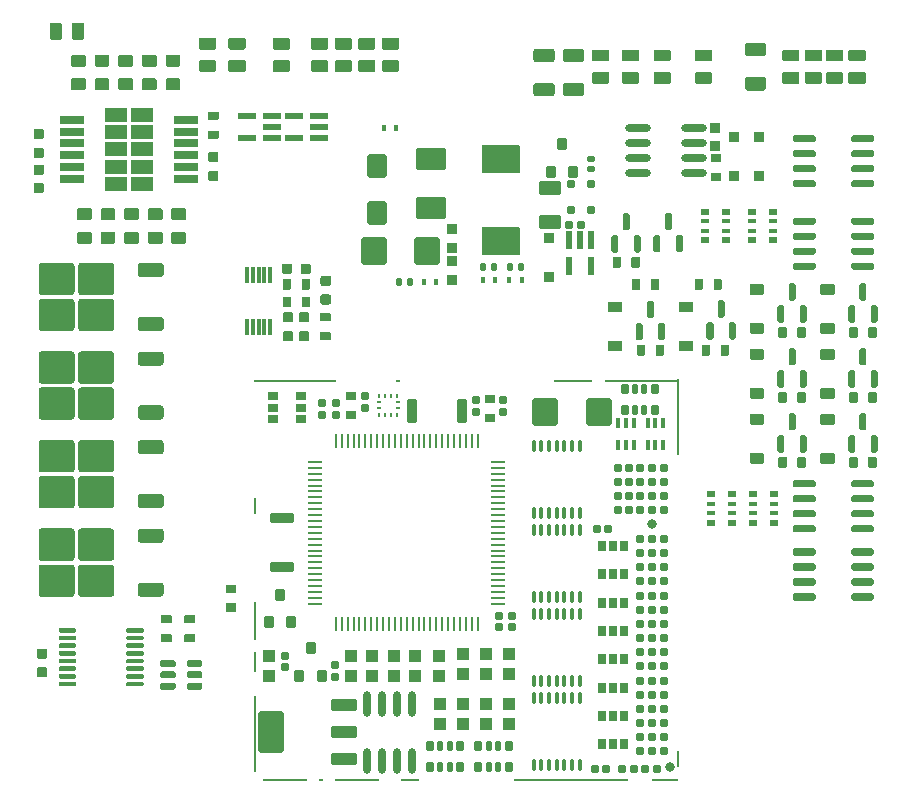
<source format=gtp>
G75*
G70*
%OFA0B0*%
%FSLAX25Y25*%
%IPPOS*%
%LPD*%
%AMOC8*
5,1,8,0,0,1.08239X$1,22.5*
%
%AMM133*
21,1,0.021650,0.052760,-0.000000,-0.000000,90.000000*
21,1,0.017320,0.057090,-0.000000,-0.000000,90.000000*
1,1,0.004330,0.026380,0.008660*
1,1,0.004330,0.026380,-0.008660*
1,1,0.004330,-0.026380,-0.008660*
1,1,0.004330,-0.026380,0.008660*
%
%AMM164*
21,1,0.086610,0.073230,0.000000,-0.000000,180.000000*
21,1,0.069290,0.090550,0.000000,-0.000000,180.000000*
1,1,0.017320,-0.034650,0.036610*
1,1,0.017320,0.034650,0.036610*
1,1,0.017320,0.034650,-0.036610*
1,1,0.017320,-0.034650,-0.036610*
%
%AMM165*
21,1,0.094490,0.111020,0.000000,-0.000000,270.000000*
21,1,0.075590,0.129920,0.000000,-0.000000,270.000000*
1,1,0.018900,-0.055510,-0.037800*
1,1,0.018900,-0.055510,0.037800*
1,1,0.018900,0.055510,0.037800*
1,1,0.018900,0.055510,-0.037800*
%
%AMM166*
21,1,0.074800,0.083460,0.000000,-0.000000,270.000000*
21,1,0.059840,0.098430,0.000000,-0.000000,270.000000*
1,1,0.014960,-0.041730,-0.029920*
1,1,0.014960,-0.041730,0.029920*
1,1,0.014960,0.041730,0.029920*
1,1,0.014960,0.041730,-0.029920*
%
%AMM167*
21,1,0.078740,0.053540,0.000000,-0.000000,90.000000*
21,1,0.065350,0.066930,0.000000,-0.000000,90.000000*
1,1,0.013390,0.026770,0.032680*
1,1,0.013390,0.026770,-0.032680*
1,1,0.013390,-0.026770,-0.032680*
1,1,0.013390,-0.026770,0.032680*
%
%AMM168*
21,1,0.035430,0.030320,0.000000,-0.000000,0.000000*
21,1,0.028350,0.037400,0.000000,-0.000000,0.000000*
1,1,0.007090,0.014170,-0.015160*
1,1,0.007090,-0.014170,-0.015160*
1,1,0.007090,-0.014170,0.015160*
1,1,0.007090,0.014170,0.015160*
%
%AMM169*
21,1,0.021650,0.052760,0.000000,-0.000000,180.000000*
21,1,0.017320,0.057090,0.000000,-0.000000,180.000000*
1,1,0.004330,-0.008660,0.026380*
1,1,0.004330,0.008660,0.026380*
1,1,0.004330,0.008660,-0.026380*
1,1,0.004330,-0.008660,-0.026380*
%
%AMM170*
21,1,0.035830,0.026770,0.000000,-0.000000,270.000000*
21,1,0.029130,0.033470,0.000000,-0.000000,270.000000*
1,1,0.006690,-0.013390,-0.014570*
1,1,0.006690,-0.013390,0.014570*
1,1,0.006690,0.013390,0.014570*
1,1,0.006690,0.013390,-0.014570*
%
%AMM171*
21,1,0.070870,0.036220,0.000000,-0.000000,0.000000*
21,1,0.061810,0.045280,0.000000,-0.000000,0.000000*
1,1,0.009060,0.030910,-0.018110*
1,1,0.009060,-0.030910,-0.018110*
1,1,0.009060,-0.030910,0.018110*
1,1,0.009060,0.030910,0.018110*
%
%AMM172*
21,1,0.033470,0.026770,0.000000,-0.000000,270.000000*
21,1,0.026770,0.033470,0.000000,-0.000000,270.000000*
1,1,0.006690,-0.013390,-0.013390*
1,1,0.006690,-0.013390,0.013390*
1,1,0.006690,0.013390,0.013390*
1,1,0.006690,0.013390,-0.013390*
%
%AMM173*
21,1,0.015750,0.016540,0.000000,-0.000000,180.000000*
21,1,0.012600,0.019680,0.000000,-0.000000,180.000000*
1,1,0.003150,-0.006300,0.008270*
1,1,0.003150,0.006300,0.008270*
1,1,0.003150,0.006300,-0.008270*
1,1,0.003150,-0.006300,-0.008270*
%
%AMM174*
21,1,0.023620,0.018900,0.000000,-0.000000,0.000000*
21,1,0.018900,0.023620,0.000000,-0.000000,0.000000*
1,1,0.004720,0.009450,-0.009450*
1,1,0.004720,-0.009450,-0.009450*
1,1,0.004720,-0.009450,0.009450*
1,1,0.004720,0.009450,0.009450*
%
%AMM175*
21,1,0.019680,0.019680,0.000000,-0.000000,270.000000*
21,1,0.015750,0.023620,0.000000,-0.000000,270.000000*
1,1,0.003940,-0.009840,-0.007870*
1,1,0.003940,-0.009840,0.007870*
1,1,0.003940,0.009840,0.007870*
1,1,0.003940,0.009840,-0.007870*
%
%AMM176*
21,1,0.019680,0.019680,0.000000,-0.000000,180.000000*
21,1,0.015750,0.023620,0.000000,-0.000000,180.000000*
1,1,0.003940,-0.007870,0.009840*
1,1,0.003940,0.007870,0.009840*
1,1,0.003940,0.007870,-0.009840*
1,1,0.003940,-0.007870,-0.009840*
%
%AMM200*
21,1,0.025590,0.026380,-0.000000,0.000000,0.000000*
21,1,0.020470,0.031500,-0.000000,0.000000,0.000000*
1,1,0.005120,0.010240,-0.013190*
1,1,0.005120,-0.010240,-0.013190*
1,1,0.005120,-0.010240,0.013190*
1,1,0.005120,0.010240,0.013190*
%
%AMM201*
21,1,0.017720,0.027950,-0.000000,0.000000,0.000000*
21,1,0.014170,0.031500,-0.000000,0.000000,0.000000*
1,1,0.003540,0.007090,-0.013980*
1,1,0.003540,-0.007090,-0.013980*
1,1,0.003540,-0.007090,0.013980*
1,1,0.003540,0.007090,0.013980*
%
%AMM202*
21,1,0.012600,0.028980,-0.000000,0.000000,180.000000*
21,1,0.010080,0.031500,-0.000000,0.000000,180.000000*
1,1,0.002520,-0.005040,0.014490*
1,1,0.002520,0.005040,0.014490*
1,1,0.002520,0.005040,-0.014490*
1,1,0.002520,-0.005040,-0.014490*
%
%AMM203*
21,1,0.023620,0.030710,-0.000000,0.000000,270.000000*
21,1,0.018900,0.035430,-0.000000,0.000000,270.000000*
1,1,0.004720,-0.015350,-0.009450*
1,1,0.004720,-0.015350,0.009450*
1,1,0.004720,0.015350,0.009450*
1,1,0.004720,0.015350,-0.009450*
%
%AMM204*
21,1,0.027560,0.018900,-0.000000,0.000000,180.000000*
21,1,0.022840,0.023620,-0.000000,0.000000,180.000000*
1,1,0.004720,-0.011420,0.009450*
1,1,0.004720,0.011420,0.009450*
1,1,0.004720,0.011420,-0.009450*
1,1,0.004720,-0.011420,-0.009450*
%
%AMM205*
21,1,0.031500,0.072440,-0.000000,0.000000,180.000000*
21,1,0.025200,0.078740,-0.000000,0.000000,180.000000*
1,1,0.006300,-0.012600,0.036220*
1,1,0.006300,0.012600,0.036220*
1,1,0.006300,0.012600,-0.036220*
1,1,0.006300,-0.012600,-0.036220*
%
%AMM206*
21,1,0.027560,0.018900,-0.000000,0.000000,270.000000*
21,1,0.022840,0.023620,-0.000000,0.000000,270.000000*
1,1,0.004720,-0.009450,-0.011420*
1,1,0.004720,-0.009450,0.011420*
1,1,0.004720,0.009450,0.011420*
1,1,0.004720,0.009450,-0.011420*
%
%AMM207*
21,1,0.023620,0.030710,-0.000000,0.000000,0.000000*
21,1,0.018900,0.035430,-0.000000,0.000000,0.000000*
1,1,0.004720,0.009450,-0.015350*
1,1,0.004720,-0.009450,-0.015350*
1,1,0.004720,-0.009450,0.015350*
1,1,0.004720,0.009450,0.015350*
%
%AMM208*
21,1,0.035430,0.030320,-0.000000,0.000000,0.000000*
21,1,0.028350,0.037400,-0.000000,0.000000,0.000000*
1,1,0.007090,0.014170,-0.015160*
1,1,0.007090,-0.014170,-0.015160*
1,1,0.007090,-0.014170,0.015160*
1,1,0.007090,0.014170,0.015160*
%
%AMM209*
21,1,0.043310,0.075980,-0.000000,0.000000,90.000000*
21,1,0.034650,0.084650,-0.000000,0.000000,90.000000*
1,1,0.008660,0.037990,0.017320*
1,1,0.008660,0.037990,-0.017320*
1,1,0.008660,-0.037990,-0.017320*
1,1,0.008660,-0.037990,0.017320*
%
%AMM210*
21,1,0.039370,0.035430,-0.000000,0.000000,90.000000*
21,1,0.031500,0.043310,-0.000000,0.000000,90.000000*
1,1,0.007870,0.017720,0.015750*
1,1,0.007870,0.017720,-0.015750*
1,1,0.007870,-0.017720,-0.015750*
1,1,0.007870,-0.017720,0.015750*
%
%AMM211*
21,1,0.027560,0.030710,-0.000000,0.000000,90.000000*
21,1,0.022050,0.036220,-0.000000,0.000000,90.000000*
1,1,0.005510,0.015350,0.011020*
1,1,0.005510,0.015350,-0.011020*
1,1,0.005510,-0.015350,-0.011020*
1,1,0.005510,-0.015350,0.011020*
%
%AMM212*
21,1,0.031500,0.072440,-0.000000,0.000000,90.000000*
21,1,0.025200,0.078740,-0.000000,0.000000,90.000000*
1,1,0.006300,0.036220,0.012600*
1,1,0.006300,0.036220,-0.012600*
1,1,0.006300,-0.036220,-0.012600*
1,1,0.006300,-0.036220,0.012600*
%
%AMM213*
21,1,0.137800,0.067720,-0.000000,0.000000,90.000000*
21,1,0.120870,0.084650,-0.000000,0.000000,90.000000*
1,1,0.016930,0.033860,0.060430*
1,1,0.016930,0.033860,-0.060430*
1,1,0.016930,-0.033860,-0.060430*
1,1,0.016930,-0.033860,0.060430*
%
%AMM214*
21,1,0.043310,0.075990,-0.000000,0.000000,90.000000*
21,1,0.034650,0.084650,-0.000000,0.000000,90.000000*
1,1,0.008660,0.037990,0.017320*
1,1,0.008660,0.037990,-0.017320*
1,1,0.008660,-0.037990,-0.017320*
1,1,0.008660,-0.037990,0.017320*
%
%AMM215*
21,1,0.086610,0.073230,-0.000000,0.000000,180.000000*
21,1,0.069290,0.090550,-0.000000,0.000000,180.000000*
1,1,0.017320,-0.034650,0.036610*
1,1,0.017320,0.034650,0.036610*
1,1,0.017320,0.034650,-0.036610*
1,1,0.017320,-0.034650,-0.036610*
%
%AMM258*
21,1,0.027560,0.030710,0.000000,-0.000000,270.000000*
21,1,0.022050,0.036220,0.000000,-0.000000,270.000000*
1,1,0.005510,-0.015350,-0.011020*
1,1,0.005510,-0.015350,0.011020*
1,1,0.005510,0.015350,0.011020*
1,1,0.005510,0.015350,-0.011020*
%
%ADD11R,0.07874X0.02559*%
%ADD148O,0.04724X0.00866*%
%ADD149O,0.00866X0.04724*%
%ADD153R,0.01378X0.00984*%
%ADD154R,0.00984X0.01378*%
%ADD159O,0.08661X0.02362*%
%ADD16R,0.03150X0.01969*%
%ADD17R,0.03150X0.01575*%
%ADD232O,0.02362X0.08661*%
%ADD289M133*%
%ADD29R,0.14567X0.00787*%
%ADD30R,0.01575X0.00787*%
%ADD31R,0.06299X0.00787*%
%ADD32R,0.38189X0.00787*%
%ADD320M164*%
%ADD321M165*%
%ADD322M166*%
%ADD323M167*%
%ADD324M168*%
%ADD325M169*%
%ADD326M170*%
%ADD327M171*%
%ADD328M172*%
%ADD329M173*%
%ADD33R,0.09055X0.00787*%
%ADD330M174*%
%ADD331M175*%
%ADD332M176*%
%ADD34R,0.00787X0.05512*%
%ADD35R,0.00787X0.25197*%
%ADD356R,0.01181X0.05512*%
%ADD359M200*%
%ADD36R,0.00787X0.06693*%
%ADD360M201*%
%ADD361M202*%
%ADD362O,0.01181X0.04331*%
%ADD363M203*%
%ADD364M204*%
%ADD365M205*%
%ADD366M206*%
%ADD367M207*%
%ADD368M208*%
%ADD369M209*%
%ADD37R,0.00787X0.12992*%
%ADD370M210*%
%ADD371M211*%
%ADD372M212*%
%ADD373M213*%
%ADD374M214*%
%ADD375M215*%
%ADD38R,0.27559X0.00787*%
%ADD39R,0.12992X0.00787*%
%ADD40R,0.24803X0.00787*%
%ADD432M258*%
%ADD56C,0.03150*%
%ADD63R,0.07677X0.04567*%
%ADD64O,0.00000X0.00000*%
X0000000Y0000000D02*
%LPD*%
G01*
G36*
G01*
X0087244Y0229350D02*
X0089921Y0229350D01*
G75*
G02*
X0090256Y0229016I0000000J-000335D01*
G01*
X0090256Y0226339D01*
G75*
G02*
X0089921Y0226004I-000335J0000000D01*
G01*
X0087244Y0226004D01*
G75*
G02*
X0086909Y0226339I0000000J0000335D01*
G01*
X0086909Y0229016D01*
G75*
G02*
X0087244Y0229350I0000335J0000000D01*
G01*
G37*
G36*
G01*
X0087244Y0223130D02*
X0089921Y0223130D01*
G75*
G02*
X0090256Y0222795I0000000J-000335D01*
G01*
X0090256Y0220118D01*
G75*
G02*
X0089921Y0219783I-000335J0000000D01*
G01*
X0087244Y0219783D01*
G75*
G02*
X0086909Y0220118I0000000J0000335D01*
G01*
X0086909Y0222795D01*
G75*
G02*
X0087244Y0223130I0000335J0000000D01*
G01*
G37*
D63*
X0056102Y0241811D03*
X0056102Y0236063D03*
X0056102Y0230315D03*
X0056102Y0224567D03*
X0056102Y0218819D03*
X0064961Y0241811D03*
X0064961Y0236063D03*
X0064961Y0230315D03*
X0064961Y0224567D03*
X0064961Y0218819D03*
D11*
X0041634Y0240157D03*
X0041634Y0236220D03*
X0041634Y0232283D03*
X0041634Y0228346D03*
X0041634Y0224409D03*
X0041634Y0220472D03*
X0079429Y0220472D03*
X0079429Y0224409D03*
X0079429Y0228346D03*
X0079429Y0232283D03*
X0079429Y0236220D03*
X0079429Y0240157D03*
G36*
G01*
X0129429Y0267520D02*
X0134350Y0267520D01*
G75*
G02*
X0134744Y0267126I0000000J-000394D01*
G01*
X0134744Y0263976D01*
G75*
G02*
X0134350Y0263583I-000394J0000000D01*
G01*
X0129429Y0263583D01*
G75*
G02*
X0129035Y0263976I0000000J0000394D01*
G01*
X0129035Y0267126D01*
G75*
G02*
X0129429Y0267520I0000394J0000000D01*
G01*
G37*
G36*
G01*
X0129429Y0260039D02*
X0134350Y0260039D01*
G75*
G02*
X0134744Y0259646I0000000J-000394D01*
G01*
X0134744Y0256496D01*
G75*
G02*
X0134350Y0256102I-000394J0000000D01*
G01*
X0129429Y0256102D01*
G75*
G02*
X0129035Y0256496I0000000J0000394D01*
G01*
X0129035Y0259646D01*
G75*
G02*
X0129429Y0260039I0000394J0000000D01*
G01*
G37*
G36*
G01*
X0071260Y0198819D02*
X0067126Y0198819D01*
G75*
G02*
X0066732Y0199213I0000000J0000394D01*
G01*
X0066732Y0202362D01*
G75*
G02*
X0067126Y0202756I0000394J0000000D01*
G01*
X0071260Y0202756D01*
G75*
G02*
X0071654Y0202362I0000000J-000394D01*
G01*
X0071654Y0199213D01*
G75*
G02*
X0071260Y0198819I-000394J0000000D01*
G01*
G37*
G36*
G01*
X0071260Y0206693D02*
X0067126Y0206693D01*
G75*
G02*
X0066732Y0207087I0000000J0000394D01*
G01*
X0066732Y0210236D01*
G75*
G02*
X0067126Y0210630I0000394J0000000D01*
G01*
X0071260Y0210630D01*
G75*
G02*
X0071654Y0210236I0000000J-000394D01*
G01*
X0071654Y0207087D01*
G75*
G02*
X0071260Y0206693I-000394J0000000D01*
G01*
G37*
G36*
G01*
X0034035Y0267224D02*
X0034035Y0272146D01*
G75*
G02*
X0034429Y0272539I0000394J0000000D01*
G01*
X0037579Y0272539D01*
G75*
G02*
X0037972Y0272146I0000000J-000394D01*
G01*
X0037972Y0267224D01*
G75*
G02*
X0037579Y0266831I-000394J0000000D01*
G01*
X0034429Y0266831D01*
G75*
G02*
X0034035Y0267224I0000000J0000394D01*
G01*
G37*
G36*
G01*
X0041516Y0267224D02*
X0041516Y0272146D01*
G75*
G02*
X0041910Y0272539I0000394J0000000D01*
G01*
X0045059Y0272539D01*
G75*
G02*
X0045453Y0272146I0000000J-000394D01*
G01*
X0045453Y0267224D01*
G75*
G02*
X0045059Y0266831I-000394J0000000D01*
G01*
X0041910Y0266831D01*
G75*
G02*
X0041516Y0267224I0000000J0000394D01*
G01*
G37*
G36*
G01*
X0079134Y0198819D02*
X0075000Y0198819D01*
G75*
G02*
X0074606Y0199213I0000000J0000394D01*
G01*
X0074606Y0202362D01*
G75*
G02*
X0075000Y0202756I0000394J0000000D01*
G01*
X0079134Y0202756D01*
G75*
G02*
X0079528Y0202362I0000000J-000394D01*
G01*
X0079528Y0199213D01*
G75*
G02*
X0079134Y0198819I-000394J0000000D01*
G01*
G37*
G36*
G01*
X0079134Y0206693D02*
X0075000Y0206693D01*
G75*
G02*
X0074606Y0207087I0000000J0000394D01*
G01*
X0074606Y0210236D01*
G75*
G02*
X0075000Y0210630I0000394J0000000D01*
G01*
X0079134Y0210630D01*
G75*
G02*
X0079528Y0210236I0000000J-000394D01*
G01*
X0079528Y0207087D01*
G75*
G02*
X0079134Y0206693I-000394J0000000D01*
G01*
G37*
G36*
G01*
X0231102Y0166634D02*
X0229921Y0166634D01*
G75*
G02*
X0229331Y0167224I0000000J0000591D01*
G01*
X0229331Y0171850D01*
G75*
G02*
X0229921Y0172441I0000591J0000000D01*
G01*
X0231102Y0172441D01*
G75*
G02*
X0231693Y0171850I0000000J-000591D01*
G01*
X0231693Y0167224D01*
G75*
G02*
X0231102Y0166634I-000591J0000000D01*
G01*
G37*
G36*
G01*
X0234843Y0174016D02*
X0233661Y0174016D01*
G75*
G02*
X0233071Y0174606I0000000J0000591D01*
G01*
X0233071Y0179232D01*
G75*
G02*
X0233661Y0179823I0000591J0000000D01*
G01*
X0234843Y0179823D01*
G75*
G02*
X0235433Y0179232I0000000J-000591D01*
G01*
X0235433Y0174606D01*
G75*
G02*
X0234843Y0174016I-000591J0000000D01*
G01*
G37*
G36*
G01*
X0238583Y0166634D02*
X0237402Y0166634D01*
G75*
G02*
X0236811Y0167224I0000000J0000591D01*
G01*
X0236811Y0171850D01*
G75*
G02*
X0237402Y0172441I0000591J0000000D01*
G01*
X0238583Y0172441D01*
G75*
G02*
X0239173Y0171850I0000000J-000591D01*
G01*
X0239173Y0167224D01*
G75*
G02*
X0238583Y0166634I-000591J0000000D01*
G01*
G37*
G36*
G01*
X0121555Y0267520D02*
X0126476Y0267520D01*
G75*
G02*
X0126870Y0267126I0000000J-000394D01*
G01*
X0126870Y0263976D01*
G75*
G02*
X0126476Y0263583I-000394J0000000D01*
G01*
X0121555Y0263583D01*
G75*
G02*
X0121161Y0263976I0000000J0000394D01*
G01*
X0121161Y0267126D01*
G75*
G02*
X0121555Y0267520I0000394J0000000D01*
G01*
G37*
G36*
G01*
X0121555Y0260039D02*
X0126476Y0260039D01*
G75*
G02*
X0126870Y0259646I0000000J-000394D01*
G01*
X0126870Y0256496D01*
G75*
G02*
X0126476Y0256102I-000394J0000000D01*
G01*
X0121555Y0256102D01*
G75*
G02*
X0121161Y0256496I0000000J0000394D01*
G01*
X0121161Y0259646D01*
G75*
G02*
X0121555Y0260039I0000394J0000000D01*
G01*
G37*
G36*
G01*
X0301969Y0150886D02*
X0300787Y0150886D01*
G75*
G02*
X0300197Y0151476I0000000J0000591D01*
G01*
X0300197Y0156102D01*
G75*
G02*
X0300787Y0156693I0000591J0000000D01*
G01*
X0301969Y0156693D01*
G75*
G02*
X0302559Y0156102I0000000J-000591D01*
G01*
X0302559Y0151476D01*
G75*
G02*
X0301969Y0150886I-000591J0000000D01*
G01*
G37*
G36*
G01*
X0305709Y0158268D02*
X0304528Y0158268D01*
G75*
G02*
X0303937Y0158858I0000000J0000591D01*
G01*
X0303937Y0163484D01*
G75*
G02*
X0304528Y0164075I0000591J0000000D01*
G01*
X0305709Y0164075D01*
G75*
G02*
X0306299Y0163484I0000000J-000591D01*
G01*
X0306299Y0158858D01*
G75*
G02*
X0305709Y0158268I-000591J0000000D01*
G01*
G37*
G36*
G01*
X0309449Y0150886D02*
X0308268Y0150886D01*
G75*
G02*
X0307677Y0151476I0000000J0000591D01*
G01*
X0307677Y0156102D01*
G75*
G02*
X0308268Y0156693I0000591J0000000D01*
G01*
X0309449Y0156693D01*
G75*
G02*
X0310039Y0156102I0000000J-000591D01*
G01*
X0310039Y0151476D01*
G75*
G02*
X0309449Y0150886I-000591J0000000D01*
G01*
G37*
G36*
G01*
X0254724Y0166880D02*
X0253543Y0166880D01*
G75*
G02*
X0252953Y0167470I0000000J0000591D01*
G01*
X0252953Y0172096D01*
G75*
G02*
X0253543Y0172687I0000591J0000000D01*
G01*
X0254724Y0172687D01*
G75*
G02*
X0255315Y0172096I0000000J-000591D01*
G01*
X0255315Y0167470D01*
G75*
G02*
X0254724Y0166880I-000591J0000000D01*
G01*
G37*
G36*
G01*
X0258465Y0174262D02*
X0257283Y0174262D01*
G75*
G02*
X0256693Y0174852I0000000J0000591D01*
G01*
X0256693Y0179478D01*
G75*
G02*
X0257283Y0180069I0000591J0000000D01*
G01*
X0258465Y0180069D01*
G75*
G02*
X0259055Y0179478I0000000J-000591D01*
G01*
X0259055Y0174852D01*
G75*
G02*
X0258465Y0174262I-000591J0000000D01*
G01*
G37*
G36*
G01*
X0262205Y0166880D02*
X0261024Y0166880D01*
G75*
G02*
X0260433Y0167470I0000000J0000591D01*
G01*
X0260433Y0172096D01*
G75*
G02*
X0261024Y0172687I0000591J0000000D01*
G01*
X0262205Y0172687D01*
G75*
G02*
X0262795Y0172096I0000000J-000591D01*
G01*
X0262795Y0167470D01*
G75*
G02*
X0262205Y0166880I-000591J0000000D01*
G01*
G37*
G36*
G01*
X0031654Y0215689D02*
X0028976Y0215689D01*
G75*
G02*
X0028642Y0216024I0000000J0000335D01*
G01*
X0028642Y0218701D01*
G75*
G02*
X0028976Y0219035I0000335J0000000D01*
G01*
X0031654Y0219035D01*
G75*
G02*
X0031988Y0218701I0000000J-000335D01*
G01*
X0031988Y0216024D01*
G75*
G02*
X0031654Y0215689I-000335J0000000D01*
G01*
G37*
G36*
G01*
X0031654Y0221909D02*
X0028976Y0221909D01*
G75*
G02*
X0028642Y0222244I0000000J0000335D01*
G01*
X0028642Y0224921D01*
G75*
G02*
X0028976Y0225256I0000335J0000000D01*
G01*
X0031654Y0225256D01*
G75*
G02*
X0031988Y0224921I0000000J-000335D01*
G01*
X0031988Y0222244D01*
G75*
G02*
X0031654Y0221909I-000335J0000000D01*
G01*
G37*
G36*
G01*
X0281693Y0205728D02*
X0281693Y0206909D01*
G75*
G02*
X0282283Y0207500I0000591J0000000D01*
G01*
X0288780Y0207500D01*
G75*
G02*
X0289370Y0206909I0000000J-000591D01*
G01*
X0289370Y0205728D01*
G75*
G02*
X0288780Y0205138I-000591J0000000D01*
G01*
X0282283Y0205138D01*
G75*
G02*
X0281693Y0205728I0000000J0000591D01*
G01*
G37*
G36*
G01*
X0281693Y0200728D02*
X0281693Y0201909D01*
G75*
G02*
X0282283Y0202500I0000591J0000000D01*
G01*
X0288780Y0202500D01*
G75*
G02*
X0289370Y0201909I0000000J-000591D01*
G01*
X0289370Y0200728D01*
G75*
G02*
X0288780Y0200138I-000591J0000000D01*
G01*
X0282283Y0200138D01*
G75*
G02*
X0281693Y0200728I0000000J0000591D01*
G01*
G37*
G36*
G01*
X0281693Y0195728D02*
X0281693Y0196909D01*
G75*
G02*
X0282283Y0197500I0000591J0000000D01*
G01*
X0288780Y0197500D01*
G75*
G02*
X0289370Y0196909I0000000J-000591D01*
G01*
X0289370Y0195728D01*
G75*
G02*
X0288780Y0195138I-000591J0000000D01*
G01*
X0282283Y0195138D01*
G75*
G02*
X0281693Y0195728I0000000J0000591D01*
G01*
G37*
G36*
G01*
X0281693Y0190728D02*
X0281693Y0191909D01*
G75*
G02*
X0282283Y0192500I0000591J0000000D01*
G01*
X0288780Y0192500D01*
G75*
G02*
X0289370Y0191909I0000000J-000591D01*
G01*
X0289370Y0190728D01*
G75*
G02*
X0288780Y0190138I-000591J0000000D01*
G01*
X0282283Y0190138D01*
G75*
G02*
X0281693Y0190728I0000000J0000591D01*
G01*
G37*
G36*
G01*
X0301181Y0190728D02*
X0301181Y0191909D01*
G75*
G02*
X0301772Y0192500I0000591J0000000D01*
G01*
X0308268Y0192500D01*
G75*
G02*
X0308858Y0191909I0000000J-000591D01*
G01*
X0308858Y0190728D01*
G75*
G02*
X0308268Y0190138I-000591J0000000D01*
G01*
X0301772Y0190138D01*
G75*
G02*
X0301181Y0190728I0000000J0000591D01*
G01*
G37*
G36*
G01*
X0301181Y0195728D02*
X0301181Y0196909D01*
G75*
G02*
X0301772Y0197500I0000591J0000000D01*
G01*
X0308268Y0197500D01*
G75*
G02*
X0308858Y0196909I0000000J-000591D01*
G01*
X0308858Y0195728D01*
G75*
G02*
X0308268Y0195138I-000591J0000000D01*
G01*
X0301772Y0195138D01*
G75*
G02*
X0301181Y0195728I0000000J0000591D01*
G01*
G37*
G36*
G01*
X0301181Y0200728D02*
X0301181Y0201909D01*
G75*
G02*
X0301772Y0202500I0000591J0000000D01*
G01*
X0308268Y0202500D01*
G75*
G02*
X0308858Y0201909I0000000J-000591D01*
G01*
X0308858Y0200728D01*
G75*
G02*
X0308268Y0200138I-000591J0000000D01*
G01*
X0301772Y0200138D01*
G75*
G02*
X0301181Y0200728I0000000J0000591D01*
G01*
G37*
G36*
G01*
X0301181Y0205728D02*
X0301181Y0206909D01*
G75*
G02*
X0301772Y0207500I0000591J0000000D01*
G01*
X0308268Y0207500D01*
G75*
G02*
X0308858Y0206909I0000000J-000591D01*
G01*
X0308858Y0205728D01*
G75*
G02*
X0308268Y0205138I-000591J0000000D01*
G01*
X0301772Y0205138D01*
G75*
G02*
X0301181Y0205728I0000000J0000591D01*
G01*
G37*
G36*
G01*
X0229724Y0161850D02*
X0229724Y0164921D01*
G75*
G02*
X0230000Y0165197I0000276J0000000D01*
G01*
X0232205Y0165197D01*
G75*
G02*
X0232480Y0164921I0000000J-000276D01*
G01*
X0232480Y0161850D01*
G75*
G02*
X0232205Y0161575I-000276J0000000D01*
G01*
X0230000Y0161575D01*
G75*
G02*
X0229724Y0161850I0000000J0000276D01*
G01*
G37*
G36*
G01*
X0236024Y0161850D02*
X0236024Y0164921D01*
G75*
G02*
X0236299Y0165197I0000276J0000000D01*
G01*
X0238504Y0165197D01*
G75*
G02*
X0238780Y0164921I0000000J-000276D01*
G01*
X0238780Y0161850D01*
G75*
G02*
X0238504Y0161575I-000276J0000000D01*
G01*
X0236299Y0161575D01*
G75*
G02*
X0236024Y0161850I0000000J0000276D01*
G01*
G37*
G36*
G01*
X0300591Y0124449D02*
X0300591Y0127520D01*
G75*
G02*
X0300866Y0127795I0000276J0000000D01*
G01*
X0303071Y0127795D01*
G75*
G02*
X0303346Y0127520I0000000J-000276D01*
G01*
X0303346Y0124449D01*
G75*
G02*
X0303071Y0124173I-000276J0000000D01*
G01*
X0300866Y0124173D01*
G75*
G02*
X0300591Y0124449I0000000J0000276D01*
G01*
G37*
G36*
G01*
X0306890Y0124449D02*
X0306890Y0127520D01*
G75*
G02*
X0307165Y0127795I0000276J0000000D01*
G01*
X0309370Y0127795D01*
G75*
G02*
X0309646Y0127520I0000000J-000276D01*
G01*
X0309646Y0124449D01*
G75*
G02*
X0309370Y0124173I-000276J0000000D01*
G01*
X0307165Y0124173D01*
G75*
G02*
X0306890Y0124449I0000000J0000276D01*
G01*
G37*
G36*
G01*
X0223031Y0195915D02*
X0221850Y0195915D01*
G75*
G02*
X0221260Y0196506I0000000J0000591D01*
G01*
X0221260Y0201132D01*
G75*
G02*
X0221850Y0201722I0000591J0000000D01*
G01*
X0223031Y0201722D01*
G75*
G02*
X0223622Y0201132I0000000J-000591D01*
G01*
X0223622Y0196506D01*
G75*
G02*
X0223031Y0195915I-000591J0000000D01*
G01*
G37*
G36*
G01*
X0226772Y0203297D02*
X0225591Y0203297D01*
G75*
G02*
X0225000Y0203888I0000000J0000591D01*
G01*
X0225000Y0208514D01*
G75*
G02*
X0225591Y0209104I0000591J0000000D01*
G01*
X0226772Y0209104D01*
G75*
G02*
X0227362Y0208514I0000000J-000591D01*
G01*
X0227362Y0203888D01*
G75*
G02*
X0226772Y0203297I-000591J0000000D01*
G01*
G37*
G36*
G01*
X0230512Y0195915D02*
X0229331Y0195915D01*
G75*
G02*
X0228740Y0196506I0000000J0000591D01*
G01*
X0228740Y0201132D01*
G75*
G02*
X0229331Y0201722I0000591J0000000D01*
G01*
X0230512Y0201722D01*
G75*
G02*
X0231102Y0201132I0000000J-000591D01*
G01*
X0231102Y0196506D01*
G75*
G02*
X0230512Y0195915I-000591J0000000D01*
G01*
G37*
G36*
G01*
X0084154Y0267520D02*
X0089075Y0267520D01*
G75*
G02*
X0089469Y0267126I0000000J-000394D01*
G01*
X0089469Y0263976D01*
G75*
G02*
X0089075Y0263583I-000394J0000000D01*
G01*
X0084154Y0263583D01*
G75*
G02*
X0083760Y0263976I0000000J0000394D01*
G01*
X0083760Y0267126D01*
G75*
G02*
X0084154Y0267520I0000394J0000000D01*
G01*
G37*
G36*
G01*
X0084154Y0260039D02*
X0089075Y0260039D01*
G75*
G02*
X0089469Y0259646I0000000J-000394D01*
G01*
X0089469Y0256496D01*
G75*
G02*
X0089075Y0256102I-000394J0000000D01*
G01*
X0084154Y0256102D01*
G75*
G02*
X0083760Y0256496I0000000J0000394D01*
G01*
X0083760Y0259646D01*
G75*
G02*
X0084154Y0260039I0000394J0000000D01*
G01*
G37*
G36*
G01*
X0205118Y0260256D02*
X0205118Y0262972D01*
G75*
G02*
X0206024Y0263878I0000906J0000000D01*
G01*
X0211299Y0263878D01*
G75*
G02*
X0212205Y0262972I0000000J-000906D01*
G01*
X0212205Y0260256D01*
G75*
G02*
X0211299Y0259350I-000906J0000000D01*
G01*
X0206024Y0259350D01*
G75*
G02*
X0205118Y0260256I0000000J0000906D01*
G01*
G37*
G36*
G01*
X0205118Y0248839D02*
X0205118Y0251555D01*
G75*
G02*
X0206024Y0252461I0000906J0000000D01*
G01*
X0211299Y0252461D01*
G75*
G02*
X0212205Y0251555I0000000J-000906D01*
G01*
X0212205Y0248839D01*
G75*
G02*
X0211299Y0247933I-000906J0000000D01*
G01*
X0206024Y0247933D01*
G75*
G02*
X0205118Y0248839I0000000J0000906D01*
G01*
G37*
G36*
G01*
X0300591Y0167756D02*
X0300591Y0170827D01*
G75*
G02*
X0300866Y0171102I0000276J0000000D01*
G01*
X0303071Y0171102D01*
G75*
G02*
X0303346Y0170827I0000000J-000276D01*
G01*
X0303346Y0167756D01*
G75*
G02*
X0303071Y0167480I-000276J0000000D01*
G01*
X0300866Y0167480D01*
G75*
G02*
X0300591Y0167756I0000000J0000276D01*
G01*
G37*
G36*
G01*
X0306890Y0167756D02*
X0306890Y0170827D01*
G75*
G02*
X0307165Y0171102I0000276J0000000D01*
G01*
X0309370Y0171102D01*
G75*
G02*
X0309646Y0170827I0000000J-000276D01*
G01*
X0309646Y0167756D01*
G75*
G02*
X0309370Y0167480I-000276J0000000D01*
G01*
X0307165Y0167480D01*
G75*
G02*
X0306890Y0167756I0000000J0000276D01*
G01*
G37*
G36*
G01*
X0276969Y0124449D02*
X0276969Y0127520D01*
G75*
G02*
X0277244Y0127795I0000276J0000000D01*
G01*
X0279449Y0127795D01*
G75*
G02*
X0279724Y0127520I0000000J-000276D01*
G01*
X0279724Y0124449D01*
G75*
G02*
X0279449Y0124173I-000276J0000000D01*
G01*
X0277244Y0124173D01*
G75*
G02*
X0276969Y0124449I0000000J0000276D01*
G01*
G37*
G36*
G01*
X0283268Y0124449D02*
X0283268Y0127520D01*
G75*
G02*
X0283543Y0127795I0000276J0000000D01*
G01*
X0285748Y0127795D01*
G75*
G02*
X0286024Y0127520I0000000J-000276D01*
G01*
X0286024Y0124449D01*
G75*
G02*
X0285748Y0124173I-000276J0000000D01*
G01*
X0283543Y0124173D01*
G75*
G02*
X0283268Y0124449I0000000J0000276D01*
G01*
G37*
G36*
G01*
X0108760Y0267520D02*
X0113681Y0267520D01*
G75*
G02*
X0114075Y0267126I0000000J-000394D01*
G01*
X0114075Y0263976D01*
G75*
G02*
X0113681Y0263583I-000394J0000000D01*
G01*
X0108760Y0263583D01*
G75*
G02*
X0108366Y0263976I0000000J0000394D01*
G01*
X0108366Y0267126D01*
G75*
G02*
X0108760Y0267520I0000394J0000000D01*
G01*
G37*
G36*
G01*
X0108760Y0260039D02*
X0113681Y0260039D01*
G75*
G02*
X0114075Y0259646I0000000J-000394D01*
G01*
X0114075Y0256496D01*
G75*
G02*
X0113681Y0256102I-000394J0000000D01*
G01*
X0108760Y0256102D01*
G75*
G02*
X0108366Y0256496I0000000J0000394D01*
G01*
X0108366Y0259646D01*
G75*
G02*
X0108760Y0260039I0000394J0000000D01*
G01*
G37*
G36*
G01*
X0030157Y0063839D02*
X0032835Y0063839D01*
G75*
G02*
X0033169Y0063504I0000000J-000335D01*
G01*
X0033169Y0060827D01*
G75*
G02*
X0032835Y0060492I-000335J0000000D01*
G01*
X0030157Y0060492D01*
G75*
G02*
X0029823Y0060827I0000000J0000335D01*
G01*
X0029823Y0063504D01*
G75*
G02*
X0030157Y0063839I0000335J0000000D01*
G01*
G37*
G36*
G01*
X0030157Y0057618D02*
X0032835Y0057618D01*
G75*
G02*
X0033169Y0057283I0000000J-000335D01*
G01*
X0033169Y0054606D01*
G75*
G02*
X0032835Y0054272I-000335J0000000D01*
G01*
X0030157Y0054272D01*
G75*
G02*
X0029823Y0054606I0000000J0000335D01*
G01*
X0029823Y0057283D01*
G75*
G02*
X0030157Y0057618I0000335J0000000D01*
G01*
G37*
G36*
G01*
X0265748Y0262224D02*
X0265748Y0264941D01*
G75*
G02*
X0266654Y0265846I0000906J0000000D01*
G01*
X0271929Y0265846D01*
G75*
G02*
X0272835Y0264941I0000000J-000906D01*
G01*
X0272835Y0262224D01*
G75*
G02*
X0271929Y0261319I-000906J0000000D01*
G01*
X0266654Y0261319D01*
G75*
G02*
X0265748Y0262224I0000000J0000906D01*
G01*
G37*
G36*
G01*
X0265748Y0250807D02*
X0265748Y0253524D01*
G75*
G02*
X0266654Y0254429I0000906J0000000D01*
G01*
X0271929Y0254429D01*
G75*
G02*
X0272835Y0253524I0000000J-000906D01*
G01*
X0272835Y0250807D01*
G75*
G02*
X0271929Y0249902I-000906J0000000D01*
G01*
X0266654Y0249902D01*
G75*
G02*
X0265748Y0250807I0000000J0000906D01*
G01*
G37*
D16*
X0275591Y0105906D03*
D17*
X0275591Y0109055D03*
X0275591Y0112205D03*
D16*
X0275591Y0115354D03*
X0268504Y0115354D03*
D17*
X0268504Y0112205D03*
X0268504Y0109055D03*
D16*
X0268504Y0105906D03*
G36*
G01*
X0281693Y0095492D02*
X0281693Y0096673D01*
G75*
G02*
X0282283Y0097264I0000591J0000000D01*
G01*
X0288780Y0097264D01*
G75*
G02*
X0289370Y0096673I0000000J-000591D01*
G01*
X0289370Y0095492D01*
G75*
G02*
X0288780Y0094902I-000591J0000000D01*
G01*
X0282283Y0094902D01*
G75*
G02*
X0281693Y0095492I0000000J0000591D01*
G01*
G37*
G36*
G01*
X0281693Y0090492D02*
X0281693Y0091673D01*
G75*
G02*
X0282283Y0092264I0000591J0000000D01*
G01*
X0288780Y0092264D01*
G75*
G02*
X0289370Y0091673I0000000J-000591D01*
G01*
X0289370Y0090492D01*
G75*
G02*
X0288780Y0089902I-000591J0000000D01*
G01*
X0282283Y0089902D01*
G75*
G02*
X0281693Y0090492I0000000J0000591D01*
G01*
G37*
G36*
G01*
X0281693Y0085492D02*
X0281693Y0086673D01*
G75*
G02*
X0282283Y0087264I0000591J0000000D01*
G01*
X0288780Y0087264D01*
G75*
G02*
X0289370Y0086673I0000000J-000591D01*
G01*
X0289370Y0085492D01*
G75*
G02*
X0288780Y0084902I-000591J0000000D01*
G01*
X0282283Y0084902D01*
G75*
G02*
X0281693Y0085492I0000000J0000591D01*
G01*
G37*
G36*
G01*
X0281693Y0080492D02*
X0281693Y0081673D01*
G75*
G02*
X0282283Y0082264I0000591J0000000D01*
G01*
X0288780Y0082264D01*
G75*
G02*
X0289370Y0081673I0000000J-000591D01*
G01*
X0289370Y0080492D01*
G75*
G02*
X0288780Y0079902I-000591J0000000D01*
G01*
X0282283Y0079902D01*
G75*
G02*
X0281693Y0080492I0000000J0000591D01*
G01*
G37*
G36*
G01*
X0301181Y0080492D02*
X0301181Y0081673D01*
G75*
G02*
X0301772Y0082264I0000591J0000000D01*
G01*
X0308268Y0082264D01*
G75*
G02*
X0308858Y0081673I0000000J-000591D01*
G01*
X0308858Y0080492D01*
G75*
G02*
X0308268Y0079902I-000591J0000000D01*
G01*
X0301772Y0079902D01*
G75*
G02*
X0301181Y0080492I0000000J0000591D01*
G01*
G37*
G36*
G01*
X0301181Y0085492D02*
X0301181Y0086673D01*
G75*
G02*
X0301772Y0087264I0000591J0000000D01*
G01*
X0308268Y0087264D01*
G75*
G02*
X0308858Y0086673I0000000J-000591D01*
G01*
X0308858Y0085492D01*
G75*
G02*
X0308268Y0084902I-000591J0000000D01*
G01*
X0301772Y0084902D01*
G75*
G02*
X0301181Y0085492I0000000J0000591D01*
G01*
G37*
G36*
G01*
X0301181Y0090492D02*
X0301181Y0091673D01*
G75*
G02*
X0301772Y0092264I0000591J0000000D01*
G01*
X0308268Y0092264D01*
G75*
G02*
X0308858Y0091673I0000000J-000591D01*
G01*
X0308858Y0090492D01*
G75*
G02*
X0308268Y0089902I-000591J0000000D01*
G01*
X0301772Y0089902D01*
G75*
G02*
X0301181Y0090492I0000000J0000591D01*
G01*
G37*
G36*
G01*
X0301181Y0095492D02*
X0301181Y0096673D01*
G75*
G02*
X0301772Y0097264I0000591J0000000D01*
G01*
X0308268Y0097264D01*
G75*
G02*
X0308858Y0096673I0000000J-000591D01*
G01*
X0308858Y0095492D01*
G75*
G02*
X0308268Y0094902I-000591J0000000D01*
G01*
X0301772Y0094902D01*
G75*
G02*
X0301181Y0095492I0000000J0000591D01*
G01*
G37*
G36*
G01*
X0301969Y0129232D02*
X0300787Y0129232D01*
G75*
G02*
X0300197Y0129823I0000000J0000591D01*
G01*
X0300197Y0134449D01*
G75*
G02*
X0300787Y0135039I0000591J0000000D01*
G01*
X0301969Y0135039D01*
G75*
G02*
X0302559Y0134449I0000000J-000591D01*
G01*
X0302559Y0129823D01*
G75*
G02*
X0301969Y0129232I-000591J0000000D01*
G01*
G37*
G36*
G01*
X0305709Y0136614D02*
X0304528Y0136614D01*
G75*
G02*
X0303937Y0137205I0000000J0000591D01*
G01*
X0303937Y0141831D01*
G75*
G02*
X0304528Y0142421I0000591J0000000D01*
G01*
X0305709Y0142421D01*
G75*
G02*
X0306299Y0141831I0000000J-000591D01*
G01*
X0306299Y0137205D01*
G75*
G02*
X0305709Y0136614I-000591J0000000D01*
G01*
G37*
G36*
G01*
X0309449Y0129232D02*
X0308268Y0129232D01*
G75*
G02*
X0307677Y0129823I0000000J0000591D01*
G01*
X0307677Y0134449D01*
G75*
G02*
X0308268Y0135039I0000591J0000000D01*
G01*
X0309449Y0135039D01*
G75*
G02*
X0310039Y0134449I0000000J-000591D01*
G01*
X0310039Y0129823D01*
G75*
G02*
X0309449Y0129232I-000591J0000000D01*
G01*
G37*
G36*
G01*
X0278346Y0172539D02*
X0277165Y0172539D01*
G75*
G02*
X0276575Y0173130I0000000J0000591D01*
G01*
X0276575Y0177756D01*
G75*
G02*
X0277165Y0178346I0000591J0000000D01*
G01*
X0278346Y0178346D01*
G75*
G02*
X0278937Y0177756I0000000J-000591D01*
G01*
X0278937Y0173130D01*
G75*
G02*
X0278346Y0172539I-000591J0000000D01*
G01*
G37*
G36*
G01*
X0282087Y0179921D02*
X0280906Y0179921D01*
G75*
G02*
X0280315Y0180512I0000000J0000591D01*
G01*
X0280315Y0185138D01*
G75*
G02*
X0280906Y0185728I0000591J0000000D01*
G01*
X0282087Y0185728D01*
G75*
G02*
X0282677Y0185138I0000000J-000591D01*
G01*
X0282677Y0180512D01*
G75*
G02*
X0282087Y0179921I-000591J0000000D01*
G01*
G37*
G36*
G01*
X0285827Y0172539D02*
X0284646Y0172539D01*
G75*
G02*
X0284055Y0173130I0000000J0000591D01*
G01*
X0284055Y0177756D01*
G75*
G02*
X0284646Y0178346I0000591J0000000D01*
G01*
X0285827Y0178346D01*
G75*
G02*
X0286417Y0177756I0000000J-000591D01*
G01*
X0286417Y0173130D01*
G75*
G02*
X0285827Y0172539I-000591J0000000D01*
G01*
G37*
G36*
G01*
X0301969Y0172539D02*
X0300787Y0172539D01*
G75*
G02*
X0300197Y0173130I0000000J0000591D01*
G01*
X0300197Y0177756D01*
G75*
G02*
X0300787Y0178346I0000591J0000000D01*
G01*
X0301969Y0178346D01*
G75*
G02*
X0302559Y0177756I0000000J-000591D01*
G01*
X0302559Y0173130D01*
G75*
G02*
X0301969Y0172539I-000591J0000000D01*
G01*
G37*
G36*
G01*
X0305709Y0179921D02*
X0304528Y0179921D01*
G75*
G02*
X0303937Y0180512I0000000J0000591D01*
G01*
X0303937Y0185138D01*
G75*
G02*
X0304528Y0185728I0000591J0000000D01*
G01*
X0305709Y0185728D01*
G75*
G02*
X0306299Y0185138I0000000J-000591D01*
G01*
X0306299Y0180512D01*
G75*
G02*
X0305709Y0179921I-000591J0000000D01*
G01*
G37*
G36*
G01*
X0309449Y0172539D02*
X0308268Y0172539D01*
G75*
G02*
X0307677Y0173130I0000000J0000591D01*
G01*
X0307677Y0177756D01*
G75*
G02*
X0308268Y0178346I0000591J0000000D01*
G01*
X0309449Y0178346D01*
G75*
G02*
X0310039Y0177756I0000000J-000591D01*
G01*
X0310039Y0173130D01*
G75*
G02*
X0309449Y0172539I-000591J0000000D01*
G01*
G37*
G36*
G01*
X0028976Y0237067D02*
X0031654Y0237067D01*
G75*
G02*
X0031988Y0236732I0000000J-000335D01*
G01*
X0031988Y0234055D01*
G75*
G02*
X0031654Y0233720I-000335J0000000D01*
G01*
X0028976Y0233720D01*
G75*
G02*
X0028642Y0234055I0000000J0000335D01*
G01*
X0028642Y0236732D01*
G75*
G02*
X0028976Y0237067I0000335J0000000D01*
G01*
G37*
G36*
G01*
X0028976Y0230846D02*
X0031654Y0230846D01*
G75*
G02*
X0031988Y0230512I0000000J-000335D01*
G01*
X0031988Y0227835D01*
G75*
G02*
X0031654Y0227500I-000335J0000000D01*
G01*
X0028976Y0227500D01*
G75*
G02*
X0028642Y0227835I0000000J0000335D01*
G01*
X0028642Y0230512D01*
G75*
G02*
X0028976Y0230846I0000335J0000000D01*
G01*
G37*
G36*
G01*
X0248071Y0162992D02*
X0244055Y0162992D01*
G75*
G02*
X0243701Y0163346I0000000J0000354D01*
G01*
X0243701Y0166181D01*
G75*
G02*
X0244055Y0166535I0000354J0000000D01*
G01*
X0248071Y0166535D01*
G75*
G02*
X0248425Y0166181I0000000J-000354D01*
G01*
X0248425Y0163346D01*
G75*
G02*
X0248071Y0162992I-000354J0000000D01*
G01*
G37*
G36*
G01*
X0248071Y0175984D02*
X0244055Y0175984D01*
G75*
G02*
X0243701Y0176339I0000000J0000354D01*
G01*
X0243701Y0179173D01*
G75*
G02*
X0244055Y0179528I0000354J0000000D01*
G01*
X0248071Y0179528D01*
G75*
G02*
X0248425Y0179173I0000000J-000354D01*
G01*
X0248425Y0176339D01*
G75*
G02*
X0248071Y0175984I-000354J0000000D01*
G01*
G37*
G36*
G01*
X0072047Y0114449D02*
X0072047Y0111693D01*
G75*
G02*
X0071063Y0110709I-000984J0000000D01*
G01*
X0064370Y0110709D01*
G75*
G02*
X0063386Y0111693I0000000J0000984D01*
G01*
X0063386Y0114449D01*
G75*
G02*
X0064370Y0115433I0000984J0000000D01*
G01*
X0071063Y0115433D01*
G75*
G02*
X0072047Y0114449I0000000J-000984D01*
G01*
G37*
G36*
G01*
X0055512Y0120472D02*
X0055512Y0111614D01*
G75*
G02*
X0054528Y0110630I-000984J0000000D01*
G01*
X0044488Y0110630D01*
G75*
G02*
X0043504Y0111614I0000000J0000984D01*
G01*
X0043504Y0120472D01*
G75*
G02*
X0044488Y0121457I0000984J0000000D01*
G01*
X0054528Y0121457D01*
G75*
G02*
X0055512Y0120472I0000000J-000984D01*
G01*
G37*
G36*
G01*
X0055512Y0132480D02*
X0055512Y0123622D01*
G75*
G02*
X0054528Y0122638I-000984J0000000D01*
G01*
X0044488Y0122638D01*
G75*
G02*
X0043504Y0123622I0000000J0000984D01*
G01*
X0043504Y0132480D01*
G75*
G02*
X0044488Y0133465I0000984J0000000D01*
G01*
X0054528Y0133465D01*
G75*
G02*
X0055512Y0132480I0000000J-000984D01*
G01*
G37*
G36*
G01*
X0042323Y0120472D02*
X0042323Y0111614D01*
G75*
G02*
X0041339Y0110630I-000984J0000000D01*
G01*
X0031299Y0110630D01*
G75*
G02*
X0030315Y0111614I0000000J0000984D01*
G01*
X0030315Y0120472D01*
G75*
G02*
X0031299Y0121457I0000984J0000000D01*
G01*
X0041339Y0121457D01*
G75*
G02*
X0042323Y0120472I0000000J-000984D01*
G01*
G37*
G36*
G01*
X0042323Y0132480D02*
X0042323Y0123622D01*
G75*
G02*
X0041339Y0122638I-000984J0000000D01*
G01*
X0031299Y0122638D01*
G75*
G02*
X0030315Y0123622I0000000J0000984D01*
G01*
X0030315Y0132480D01*
G75*
G02*
X0031299Y0133465I0000984J0000000D01*
G01*
X0041339Y0133465D01*
G75*
G02*
X0042323Y0132480I0000000J-000984D01*
G01*
G37*
G36*
G01*
X0072047Y0132402D02*
X0072047Y0129646D01*
G75*
G02*
X0071063Y0128661I-000984J0000000D01*
G01*
X0064370Y0128661D01*
G75*
G02*
X0063386Y0129646I0000000J0000984D01*
G01*
X0063386Y0132402D01*
G75*
G02*
X0064370Y0133386I0000984J0000000D01*
G01*
X0071063Y0133386D01*
G75*
G02*
X0072047Y0132402I0000000J-000984D01*
G01*
G37*
G36*
G01*
X0074370Y0065994D02*
X0071299Y0065994D01*
G75*
G02*
X0071024Y0066270I0000000J0000276D01*
G01*
X0071024Y0068474D01*
G75*
G02*
X0071299Y0068750I0000276J0000000D01*
G01*
X0074370Y0068750D01*
G75*
G02*
X0074646Y0068474I0000000J-000276D01*
G01*
X0074646Y0066270D01*
G75*
G02*
X0074370Y0065994I-000276J0000000D01*
G01*
G37*
G36*
G01*
X0074370Y0072293D02*
X0071299Y0072293D01*
G75*
G02*
X0071024Y0072569I0000000J0000276D01*
G01*
X0071024Y0074774D01*
G75*
G02*
X0071299Y0075049I0000276J0000000D01*
G01*
X0074370Y0075049D01*
G75*
G02*
X0074646Y0074774I0000000J-000276D01*
G01*
X0074646Y0072569D01*
G75*
G02*
X0074370Y0072293I-000276J0000000D01*
G01*
G37*
G36*
G01*
X0276969Y0167756D02*
X0276969Y0170827D01*
G75*
G02*
X0277244Y0171102I0000276J0000000D01*
G01*
X0279449Y0171102D01*
G75*
G02*
X0279724Y0170827I0000000J-000276D01*
G01*
X0279724Y0167756D01*
G75*
G02*
X0279449Y0167480I-000276J0000000D01*
G01*
X0277244Y0167480D01*
G75*
G02*
X0276969Y0167756I0000000J0000276D01*
G01*
G37*
G36*
G01*
X0283268Y0167756D02*
X0283268Y0170827D01*
G75*
G02*
X0283543Y0171102I0000276J0000000D01*
G01*
X0285748Y0171102D01*
G75*
G02*
X0286024Y0170827I0000000J-000276D01*
G01*
X0286024Y0167756D01*
G75*
G02*
X0285748Y0167480I-000276J0000000D01*
G01*
X0283543Y0167480D01*
G75*
G02*
X0283268Y0167756I0000000J0000276D01*
G01*
G37*
G36*
G01*
X0221654Y0191132D02*
X0221654Y0194203D01*
G75*
G02*
X0221929Y0194478I0000276J0000000D01*
G01*
X0224134Y0194478D01*
G75*
G02*
X0224409Y0194203I0000000J-000276D01*
G01*
X0224409Y0191132D01*
G75*
G02*
X0224134Y0190856I-000276J0000000D01*
G01*
X0221929Y0190856D01*
G75*
G02*
X0221654Y0191132I0000000J0000276D01*
G01*
G37*
G36*
G01*
X0227953Y0191132D02*
X0227953Y0194203D01*
G75*
G02*
X0228228Y0194478I0000276J0000000D01*
G01*
X0230433Y0194478D01*
G75*
G02*
X0230709Y0194203I0000000J-000276D01*
G01*
X0230709Y0191132D01*
G75*
G02*
X0230433Y0190856I-000276J0000000D01*
G01*
X0228228Y0190856D01*
G75*
G02*
X0227953Y0191132I0000000J0000276D01*
G01*
G37*
X0254331Y0115354D03*
D17*
X0254331Y0112205D03*
X0254331Y0109055D03*
D16*
X0254331Y0105906D03*
X0261417Y0105906D03*
D17*
X0261417Y0109055D03*
X0261417Y0112205D03*
D16*
X0261417Y0115354D03*
G36*
G01*
X0278346Y0129232D02*
X0277165Y0129232D01*
G75*
G02*
X0276575Y0129823I0000000J0000591D01*
G01*
X0276575Y0134449D01*
G75*
G02*
X0277165Y0135039I0000591J0000000D01*
G01*
X0278346Y0135039D01*
G75*
G02*
X0278937Y0134449I0000000J-000591D01*
G01*
X0278937Y0129823D01*
G75*
G02*
X0278346Y0129232I-000591J0000000D01*
G01*
G37*
G36*
G01*
X0282087Y0136614D02*
X0280906Y0136614D01*
G75*
G02*
X0280315Y0137205I0000000J0000591D01*
G01*
X0280315Y0141831D01*
G75*
G02*
X0280906Y0142421I0000591J0000000D01*
G01*
X0282087Y0142421D01*
G75*
G02*
X0282677Y0141831I0000000J-000591D01*
G01*
X0282677Y0137205D01*
G75*
G02*
X0282087Y0136614I-000591J0000000D01*
G01*
G37*
G36*
G01*
X0285827Y0129232D02*
X0284646Y0129232D01*
G75*
G02*
X0284055Y0129823I0000000J0000591D01*
G01*
X0284055Y0134449D01*
G75*
G02*
X0284646Y0135039I0000591J0000000D01*
G01*
X0285827Y0135039D01*
G75*
G02*
X0286417Y0134449I0000000J-000591D01*
G01*
X0286417Y0129823D01*
G75*
G02*
X0285827Y0129232I-000591J0000000D01*
G01*
G37*
G36*
G01*
X0195276Y0260256D02*
X0195276Y0262972D01*
G75*
G02*
X0196181Y0263878I0000906J0000000D01*
G01*
X0201457Y0263878D01*
G75*
G02*
X0202362Y0262972I0000000J-000906D01*
G01*
X0202362Y0260256D01*
G75*
G02*
X0201457Y0259350I-000906J0000000D01*
G01*
X0196181Y0259350D01*
G75*
G02*
X0195276Y0260256I0000000J0000906D01*
G01*
G37*
G36*
G01*
X0195276Y0248839D02*
X0195276Y0251555D01*
G75*
G02*
X0196181Y0252461I0000906J0000000D01*
G01*
X0201457Y0252461D01*
G75*
G02*
X0202362Y0251555I0000000J-000906D01*
G01*
X0202362Y0248839D01*
G75*
G02*
X0201457Y0247933I-000906J0000000D01*
G01*
X0196181Y0247933D01*
G75*
G02*
X0195276Y0248839I0000000J0000906D01*
G01*
G37*
G36*
G01*
X0251378Y0161850D02*
X0251378Y0164921D01*
G75*
G02*
X0251654Y0165197I0000276J0000000D01*
G01*
X0253858Y0165197D01*
G75*
G02*
X0254134Y0164921I0000000J-000276D01*
G01*
X0254134Y0161850D01*
G75*
G02*
X0253858Y0161575I-000276J0000000D01*
G01*
X0251654Y0161575D01*
G75*
G02*
X0251378Y0161850I0000000J0000276D01*
G01*
G37*
G36*
G01*
X0257677Y0161850D02*
X0257677Y0164921D01*
G75*
G02*
X0257953Y0165197I0000276J0000000D01*
G01*
X0260157Y0165197D01*
G75*
G02*
X0260433Y0164921I0000000J-000276D01*
G01*
X0260433Y0161850D01*
G75*
G02*
X0260157Y0161575I-000276J0000000D01*
G01*
X0257953Y0161575D01*
G75*
G02*
X0257677Y0161850I0000000J0000276D01*
G01*
G37*
G36*
G01*
X0249508Y0263583D02*
X0254429Y0263583D01*
G75*
G02*
X0254823Y0263189I0000000J-000394D01*
G01*
X0254823Y0260039D01*
G75*
G02*
X0254429Y0259646I-000394J0000000D01*
G01*
X0249508Y0259646D01*
G75*
G02*
X0249114Y0260039I0000000J0000394D01*
G01*
X0249114Y0263189D01*
G75*
G02*
X0249508Y0263583I0000394J0000000D01*
G01*
G37*
G36*
G01*
X0249508Y0256102D02*
X0254429Y0256102D01*
G75*
G02*
X0254823Y0255709I0000000J-000394D01*
G01*
X0254823Y0252559D01*
G75*
G02*
X0254429Y0252165I-000394J0000000D01*
G01*
X0249508Y0252165D01*
G75*
G02*
X0249114Y0252559I0000000J0000394D01*
G01*
X0249114Y0255709D01*
G75*
G02*
X0249508Y0256102I0000394J0000000D01*
G01*
G37*
G36*
G01*
X0295315Y0125591D02*
X0291299Y0125591D01*
G75*
G02*
X0290945Y0125945I0000000J0000354D01*
G01*
X0290945Y0128780D01*
G75*
G02*
X0291299Y0129134I0000354J0000000D01*
G01*
X0295315Y0129134D01*
G75*
G02*
X0295669Y0128780I0000000J-000354D01*
G01*
X0295669Y0125945D01*
G75*
G02*
X0295315Y0125591I-000354J0000000D01*
G01*
G37*
G36*
G01*
X0295315Y0138583D02*
X0291299Y0138583D01*
G75*
G02*
X0290945Y0138937I0000000J0000354D01*
G01*
X0290945Y0141772D01*
G75*
G02*
X0291299Y0142126I0000354J0000000D01*
G01*
X0295315Y0142126D01*
G75*
G02*
X0295669Y0141772I0000000J-000354D01*
G01*
X0295669Y0138937D01*
G75*
G02*
X0295315Y0138583I-000354J0000000D01*
G01*
G37*
G36*
G01*
X0037008Y0069587D02*
X0037008Y0070374D01*
G75*
G02*
X0037402Y0070768I0000394J0000000D01*
G01*
X0042421Y0070768D01*
G75*
G02*
X0042815Y0070374I0000000J-000394D01*
G01*
X0042815Y0069587D01*
G75*
G02*
X0042421Y0069193I-000394J0000000D01*
G01*
X0037402Y0069193D01*
G75*
G02*
X0037008Y0069587I0000000J0000394D01*
G01*
G37*
G36*
G01*
X0037008Y0067028D02*
X0037008Y0067815D01*
G75*
G02*
X0037402Y0068209I0000394J0000000D01*
G01*
X0042421Y0068209D01*
G75*
G02*
X0042815Y0067815I0000000J-000394D01*
G01*
X0042815Y0067028D01*
G75*
G02*
X0042421Y0066634I-000394J0000000D01*
G01*
X0037402Y0066634D01*
G75*
G02*
X0037008Y0067028I0000000J0000394D01*
G01*
G37*
G36*
G01*
X0037008Y0064469D02*
X0037008Y0065256D01*
G75*
G02*
X0037402Y0065650I0000394J0000000D01*
G01*
X0042421Y0065650D01*
G75*
G02*
X0042815Y0065256I0000000J-000394D01*
G01*
X0042815Y0064469D01*
G75*
G02*
X0042421Y0064075I-000394J0000000D01*
G01*
X0037402Y0064075D01*
G75*
G02*
X0037008Y0064469I0000000J0000394D01*
G01*
G37*
G36*
G01*
X0037008Y0061909D02*
X0037008Y0062697D01*
G75*
G02*
X0037402Y0063091I0000394J0000000D01*
G01*
X0042421Y0063091D01*
G75*
G02*
X0042815Y0062697I0000000J-000394D01*
G01*
X0042815Y0061909D01*
G75*
G02*
X0042421Y0061516I-000394J0000000D01*
G01*
X0037402Y0061516D01*
G75*
G02*
X0037008Y0061909I0000000J0000394D01*
G01*
G37*
G36*
G01*
X0037008Y0059350D02*
X0037008Y0060138D01*
G75*
G02*
X0037402Y0060531I0000394J0000000D01*
G01*
X0042421Y0060531D01*
G75*
G02*
X0042815Y0060138I0000000J-000394D01*
G01*
X0042815Y0059350D01*
G75*
G02*
X0042421Y0058957I-000394J0000000D01*
G01*
X0037402Y0058957D01*
G75*
G02*
X0037008Y0059350I0000000J0000394D01*
G01*
G37*
G36*
G01*
X0037008Y0056791D02*
X0037008Y0057579D01*
G75*
G02*
X0037402Y0057972I0000394J0000000D01*
G01*
X0042421Y0057972D01*
G75*
G02*
X0042815Y0057579I0000000J-000394D01*
G01*
X0042815Y0056791D01*
G75*
G02*
X0042421Y0056398I-000394J0000000D01*
G01*
X0037402Y0056398D01*
G75*
G02*
X0037008Y0056791I0000000J0000394D01*
G01*
G37*
G36*
G01*
X0037008Y0054232D02*
X0037008Y0055020D01*
G75*
G02*
X0037402Y0055413I0000394J0000000D01*
G01*
X0042421Y0055413D01*
G75*
G02*
X0042815Y0055020I0000000J-000394D01*
G01*
X0042815Y0054232D01*
G75*
G02*
X0042421Y0053839I-000394J0000000D01*
G01*
X0037402Y0053839D01*
G75*
G02*
X0037008Y0054232I0000000J0000394D01*
G01*
G37*
G36*
G01*
X0037008Y0051673D02*
X0037008Y0052461D01*
G75*
G02*
X0037402Y0052854I0000394J0000000D01*
G01*
X0042421Y0052854D01*
G75*
G02*
X0042815Y0052461I0000000J-000394D01*
G01*
X0042815Y0051673D01*
G75*
G02*
X0042421Y0051280I-000394J0000000D01*
G01*
X0037402Y0051280D01*
G75*
G02*
X0037008Y0051673I0000000J0000394D01*
G01*
G37*
G36*
G01*
X0059547Y0051673D02*
X0059547Y0052461D01*
G75*
G02*
X0059941Y0052854I0000394J0000000D01*
G01*
X0064961Y0052854D01*
G75*
G02*
X0065354Y0052461I0000000J-000394D01*
G01*
X0065354Y0051673D01*
G75*
G02*
X0064961Y0051280I-000394J0000000D01*
G01*
X0059941Y0051280D01*
G75*
G02*
X0059547Y0051673I0000000J0000394D01*
G01*
G37*
G36*
G01*
X0059547Y0054232D02*
X0059547Y0055020D01*
G75*
G02*
X0059941Y0055413I0000394J0000000D01*
G01*
X0064961Y0055413D01*
G75*
G02*
X0065354Y0055020I0000000J-000394D01*
G01*
X0065354Y0054232D01*
G75*
G02*
X0064961Y0053839I-000394J0000000D01*
G01*
X0059941Y0053839D01*
G75*
G02*
X0059547Y0054232I0000000J0000394D01*
G01*
G37*
G36*
G01*
X0059547Y0056791D02*
X0059547Y0057579D01*
G75*
G02*
X0059941Y0057972I0000394J0000000D01*
G01*
X0064961Y0057972D01*
G75*
G02*
X0065354Y0057579I0000000J-000394D01*
G01*
X0065354Y0056791D01*
G75*
G02*
X0064961Y0056398I-000394J0000000D01*
G01*
X0059941Y0056398D01*
G75*
G02*
X0059547Y0056791I0000000J0000394D01*
G01*
G37*
G36*
G01*
X0059547Y0059350D02*
X0059547Y0060138D01*
G75*
G02*
X0059941Y0060531I0000394J0000000D01*
G01*
X0064961Y0060531D01*
G75*
G02*
X0065354Y0060138I0000000J-000394D01*
G01*
X0065354Y0059350D01*
G75*
G02*
X0064961Y0058957I-000394J0000000D01*
G01*
X0059941Y0058957D01*
G75*
G02*
X0059547Y0059350I0000000J0000394D01*
G01*
G37*
G36*
G01*
X0059547Y0061909D02*
X0059547Y0062697D01*
G75*
G02*
X0059941Y0063091I0000394J0000000D01*
G01*
X0064961Y0063091D01*
G75*
G02*
X0065354Y0062697I0000000J-000394D01*
G01*
X0065354Y0061909D01*
G75*
G02*
X0064961Y0061516I-000394J0000000D01*
G01*
X0059941Y0061516D01*
G75*
G02*
X0059547Y0061909I0000000J0000394D01*
G01*
G37*
G36*
G01*
X0059547Y0064469D02*
X0059547Y0065256D01*
G75*
G02*
X0059941Y0065650I0000394J0000000D01*
G01*
X0064961Y0065650D01*
G75*
G02*
X0065354Y0065256I0000000J-000394D01*
G01*
X0065354Y0064469D01*
G75*
G02*
X0064961Y0064075I-000394J0000000D01*
G01*
X0059941Y0064075D01*
G75*
G02*
X0059547Y0064469I0000000J0000394D01*
G01*
G37*
G36*
G01*
X0059547Y0067028D02*
X0059547Y0067815D01*
G75*
G02*
X0059941Y0068209I0000394J0000000D01*
G01*
X0064961Y0068209D01*
G75*
G02*
X0065354Y0067815I0000000J-000394D01*
G01*
X0065354Y0067028D01*
G75*
G02*
X0064961Y0066634I-000394J0000000D01*
G01*
X0059941Y0066634D01*
G75*
G02*
X0059547Y0067028I0000000J0000394D01*
G01*
G37*
G36*
G01*
X0059547Y0069587D02*
X0059547Y0070374D01*
G75*
G02*
X0059941Y0070768I0000394J0000000D01*
G01*
X0064961Y0070768D01*
G75*
G02*
X0065354Y0070374I0000000J-000394D01*
G01*
X0065354Y0069587D01*
G75*
G02*
X0064961Y0069193I-000394J0000000D01*
G01*
X0059941Y0069193D01*
G75*
G02*
X0059547Y0069587I0000000J0000394D01*
G01*
G37*
G36*
G01*
X0276969Y0146102D02*
X0276969Y0149173D01*
G75*
G02*
X0277244Y0149449I0000276J0000000D01*
G01*
X0279449Y0149449D01*
G75*
G02*
X0279724Y0149173I0000000J-000276D01*
G01*
X0279724Y0146102D01*
G75*
G02*
X0279449Y0145827I-000276J0000000D01*
G01*
X0277244Y0145827D01*
G75*
G02*
X0276969Y0146102I0000000J0000276D01*
G01*
G37*
G36*
G01*
X0283268Y0146102D02*
X0283268Y0149173D01*
G75*
G02*
X0283543Y0149449I0000276J0000000D01*
G01*
X0285748Y0149449D01*
G75*
G02*
X0286024Y0149173I0000000J-000276D01*
G01*
X0286024Y0146102D01*
G75*
G02*
X0285748Y0145827I-000276J0000000D01*
G01*
X0283543Y0145827D01*
G75*
G02*
X0283268Y0146102I0000000J0000276D01*
G01*
G37*
G36*
G01*
X0041535Y0261811D02*
X0045669Y0261811D01*
G75*
G02*
X0046063Y0261417I0000000J-000394D01*
G01*
X0046063Y0258268D01*
G75*
G02*
X0045669Y0257874I-000394J0000000D01*
G01*
X0041535Y0257874D01*
G75*
G02*
X0041142Y0258268I0000000J0000394D01*
G01*
X0041142Y0261417D01*
G75*
G02*
X0041535Y0261811I0000394J0000000D01*
G01*
G37*
G36*
G01*
X0041535Y0253937D02*
X0045669Y0253937D01*
G75*
G02*
X0046063Y0253543I0000000J-000394D01*
G01*
X0046063Y0250394D01*
G75*
G02*
X0045669Y0250000I-000394J0000000D01*
G01*
X0041535Y0250000D01*
G75*
G02*
X0041142Y0250394I0000000J0000394D01*
G01*
X0041142Y0253543D01*
G75*
G02*
X0041535Y0253937I0000394J0000000D01*
G01*
G37*
G36*
G01*
X0145177Y0267520D02*
X0150098Y0267520D01*
G75*
G02*
X0150492Y0267126I0000000J-000394D01*
G01*
X0150492Y0263976D01*
G75*
G02*
X0150098Y0263583I-000394J0000000D01*
G01*
X0145177Y0263583D01*
G75*
G02*
X0144783Y0263976I0000000J0000394D01*
G01*
X0144783Y0267126D01*
G75*
G02*
X0145177Y0267520I0000394J0000000D01*
G01*
G37*
G36*
G01*
X0145177Y0260039D02*
X0150098Y0260039D01*
G75*
G02*
X0150492Y0259646I0000000J-000394D01*
G01*
X0150492Y0256496D01*
G75*
G02*
X0150098Y0256102I-000394J0000000D01*
G01*
X0145177Y0256102D01*
G75*
G02*
X0144783Y0256496I0000000J0000394D01*
G01*
X0144783Y0259646D01*
G75*
G02*
X0145177Y0260039I0000394J0000000D01*
G01*
G37*
G36*
G01*
X0300689Y0263583D02*
X0305610Y0263583D01*
G75*
G02*
X0306004Y0263189I0000000J-000394D01*
G01*
X0306004Y0260039D01*
G75*
G02*
X0305610Y0259646I-000394J0000000D01*
G01*
X0300689Y0259646D01*
G75*
G02*
X0300295Y0260039I0000000J0000394D01*
G01*
X0300295Y0263189D01*
G75*
G02*
X0300689Y0263583I0000394J0000000D01*
G01*
G37*
G36*
G01*
X0300689Y0256102D02*
X0305610Y0256102D01*
G75*
G02*
X0306004Y0255709I0000000J-000394D01*
G01*
X0306004Y0252559D01*
G75*
G02*
X0305610Y0252165I-000394J0000000D01*
G01*
X0300689Y0252165D01*
G75*
G02*
X0300295Y0252559I0000000J0000394D01*
G01*
X0300295Y0255709D01*
G75*
G02*
X0300689Y0256102I0000394J0000000D01*
G01*
G37*
G36*
G01*
X0281693Y0118189D02*
X0281693Y0119370D01*
G75*
G02*
X0282283Y0119961I0000591J0000000D01*
G01*
X0288780Y0119961D01*
G75*
G02*
X0289370Y0119370I0000000J-000591D01*
G01*
X0289370Y0118189D01*
G75*
G02*
X0288780Y0117598I-000591J0000000D01*
G01*
X0282283Y0117598D01*
G75*
G02*
X0281693Y0118189I0000000J0000591D01*
G01*
G37*
G36*
G01*
X0281693Y0113189D02*
X0281693Y0114370D01*
G75*
G02*
X0282283Y0114961I0000591J0000000D01*
G01*
X0288780Y0114961D01*
G75*
G02*
X0289370Y0114370I0000000J-000591D01*
G01*
X0289370Y0113189D01*
G75*
G02*
X0288780Y0112598I-000591J0000000D01*
G01*
X0282283Y0112598D01*
G75*
G02*
X0281693Y0113189I0000000J0000591D01*
G01*
G37*
G36*
G01*
X0281693Y0108189D02*
X0281693Y0109370D01*
G75*
G02*
X0282283Y0109961I0000591J0000000D01*
G01*
X0288780Y0109961D01*
G75*
G02*
X0289370Y0109370I0000000J-000591D01*
G01*
X0289370Y0108189D01*
G75*
G02*
X0288780Y0107598I-000591J0000000D01*
G01*
X0282283Y0107598D01*
G75*
G02*
X0281693Y0108189I0000000J0000591D01*
G01*
G37*
G36*
G01*
X0281693Y0103189D02*
X0281693Y0104370D01*
G75*
G02*
X0282283Y0104961I0000591J0000000D01*
G01*
X0288780Y0104961D01*
G75*
G02*
X0289370Y0104370I0000000J-000591D01*
G01*
X0289370Y0103189D01*
G75*
G02*
X0288780Y0102598I-000591J0000000D01*
G01*
X0282283Y0102598D01*
G75*
G02*
X0281693Y0103189I0000000J0000591D01*
G01*
G37*
G36*
G01*
X0301181Y0103189D02*
X0301181Y0104370D01*
G75*
G02*
X0301772Y0104961I0000591J0000000D01*
G01*
X0308268Y0104961D01*
G75*
G02*
X0308858Y0104370I0000000J-000591D01*
G01*
X0308858Y0103189D01*
G75*
G02*
X0308268Y0102598I-000591J0000000D01*
G01*
X0301772Y0102598D01*
G75*
G02*
X0301181Y0103189I0000000J0000591D01*
G01*
G37*
G36*
G01*
X0301181Y0108189D02*
X0301181Y0109370D01*
G75*
G02*
X0301772Y0109961I0000591J0000000D01*
G01*
X0308268Y0109961D01*
G75*
G02*
X0308858Y0109370I0000000J-000591D01*
G01*
X0308858Y0108189D01*
G75*
G02*
X0308268Y0107598I-000591J0000000D01*
G01*
X0301772Y0107598D01*
G75*
G02*
X0301181Y0108189I0000000J0000591D01*
G01*
G37*
G36*
G01*
X0301181Y0113189D02*
X0301181Y0114370D01*
G75*
G02*
X0301772Y0114961I0000591J0000000D01*
G01*
X0308268Y0114961D01*
G75*
G02*
X0308858Y0114370I0000000J-000591D01*
G01*
X0308858Y0113189D01*
G75*
G02*
X0308268Y0112598I-000591J0000000D01*
G01*
X0301772Y0112598D01*
G75*
G02*
X0301181Y0113189I0000000J0000591D01*
G01*
G37*
G36*
G01*
X0301181Y0118189D02*
X0301181Y0119370D01*
G75*
G02*
X0301772Y0119961I0000591J0000000D01*
G01*
X0308268Y0119961D01*
G75*
G02*
X0308858Y0119370I0000000J-000591D01*
G01*
X0308858Y0118189D01*
G75*
G02*
X0308268Y0117598I-000591J0000000D01*
G01*
X0301772Y0117598D01*
G75*
G02*
X0301181Y0118189I0000000J0000591D01*
G01*
G37*
G36*
G01*
X0055512Y0198819D02*
X0051378Y0198819D01*
G75*
G02*
X0050984Y0199213I0000000J0000394D01*
G01*
X0050984Y0202362D01*
G75*
G02*
X0051378Y0202756I0000394J0000000D01*
G01*
X0055512Y0202756D01*
G75*
G02*
X0055906Y0202362I0000000J-000394D01*
G01*
X0055906Y0199213D01*
G75*
G02*
X0055512Y0198819I-000394J0000000D01*
G01*
G37*
G36*
G01*
X0055512Y0206693D02*
X0051378Y0206693D01*
G75*
G02*
X0050984Y0207087I0000000J0000394D01*
G01*
X0050984Y0210236D01*
G75*
G02*
X0051378Y0210630I0000394J0000000D01*
G01*
X0055512Y0210630D01*
G75*
G02*
X0055906Y0210236I0000000J-000394D01*
G01*
X0055906Y0207087D01*
G75*
G02*
X0055512Y0206693I-000394J0000000D01*
G01*
G37*
G36*
G01*
X0228150Y0183750D02*
X0228150Y0186821D01*
G75*
G02*
X0228425Y0187096I0000276J0000000D01*
G01*
X0230630Y0187096D01*
G75*
G02*
X0230906Y0186821I0000000J-000276D01*
G01*
X0230906Y0183750D01*
G75*
G02*
X0230630Y0183474I-000276J0000000D01*
G01*
X0228425Y0183474D01*
G75*
G02*
X0228150Y0183750I0000000J0000276D01*
G01*
G37*
G36*
G01*
X0234449Y0183750D02*
X0234449Y0186821D01*
G75*
G02*
X0234724Y0187096I0000276J0000000D01*
G01*
X0236929Y0187096D01*
G75*
G02*
X0237205Y0186821I0000000J-000276D01*
G01*
X0237205Y0183750D01*
G75*
G02*
X0236929Y0183474I-000276J0000000D01*
G01*
X0234724Y0183474D01*
G75*
G02*
X0234449Y0183750I0000000J0000276D01*
G01*
G37*
G36*
G01*
X0278642Y0263583D02*
X0283563Y0263583D01*
G75*
G02*
X0283957Y0263189I0000000J-000394D01*
G01*
X0283957Y0260039D01*
G75*
G02*
X0283563Y0259646I-000394J0000000D01*
G01*
X0278642Y0259646D01*
G75*
G02*
X0278248Y0260039I0000000J0000394D01*
G01*
X0278248Y0263189D01*
G75*
G02*
X0278642Y0263583I0000394J0000000D01*
G01*
G37*
G36*
G01*
X0278642Y0256102D02*
X0283563Y0256102D01*
G75*
G02*
X0283957Y0255709I0000000J-000394D01*
G01*
X0283957Y0252559D01*
G75*
G02*
X0283563Y0252165I-000394J0000000D01*
G01*
X0278642Y0252165D01*
G75*
G02*
X0278248Y0252559I0000000J0000394D01*
G01*
X0278248Y0255709D01*
G75*
G02*
X0278642Y0256102I0000394J0000000D01*
G01*
G37*
G36*
G01*
X0237008Y0195965D02*
X0235827Y0195965D01*
G75*
G02*
X0235236Y0196555I0000000J0000591D01*
G01*
X0235236Y0201181D01*
G75*
G02*
X0235827Y0201772I0000591J0000000D01*
G01*
X0237008Y0201772D01*
G75*
G02*
X0237598Y0201181I0000000J-000591D01*
G01*
X0237598Y0196555D01*
G75*
G02*
X0237008Y0195965I-000591J0000000D01*
G01*
G37*
G36*
G01*
X0240748Y0203346D02*
X0239567Y0203346D01*
G75*
G02*
X0238976Y0203937I0000000J0000591D01*
G01*
X0238976Y0208563D01*
G75*
G02*
X0239567Y0209154I0000591J0000000D01*
G01*
X0240748Y0209154D01*
G75*
G02*
X0241339Y0208563I0000000J-000591D01*
G01*
X0241339Y0203937D01*
G75*
G02*
X0240748Y0203346I-000591J0000000D01*
G01*
G37*
G36*
G01*
X0244488Y0195965D02*
X0243307Y0195965D01*
G75*
G02*
X0242717Y0196555I0000000J0000591D01*
G01*
X0242717Y0201181D01*
G75*
G02*
X0243307Y0201772I0000591J0000000D01*
G01*
X0244488Y0201772D01*
G75*
G02*
X0245079Y0201181I0000000J-000591D01*
G01*
X0245079Y0196555D01*
G75*
G02*
X0244488Y0195965I-000591J0000000D01*
G01*
G37*
G36*
G01*
X0286122Y0263583D02*
X0291043Y0263583D01*
G75*
G02*
X0291437Y0263189I0000000J-000394D01*
G01*
X0291437Y0260039D01*
G75*
G02*
X0291043Y0259646I-000394J0000000D01*
G01*
X0286122Y0259646D01*
G75*
G02*
X0285728Y0260039I0000000J0000394D01*
G01*
X0285728Y0263189D01*
G75*
G02*
X0286122Y0263583I0000394J0000000D01*
G01*
G37*
G36*
G01*
X0286122Y0256102D02*
X0291043Y0256102D01*
G75*
G02*
X0291437Y0255709I0000000J-000394D01*
G01*
X0291437Y0252559D01*
G75*
G02*
X0291043Y0252165I-000394J0000000D01*
G01*
X0286122Y0252165D01*
G75*
G02*
X0285728Y0252559I0000000J0000394D01*
G01*
X0285728Y0255709D01*
G75*
G02*
X0286122Y0256102I0000394J0000000D01*
G01*
G37*
G36*
G01*
X0047638Y0198819D02*
X0043504Y0198819D01*
G75*
G02*
X0043110Y0199213I0000000J0000394D01*
G01*
X0043110Y0202362D01*
G75*
G02*
X0043504Y0202756I0000394J0000000D01*
G01*
X0047638Y0202756D01*
G75*
G02*
X0048031Y0202362I0000000J-000394D01*
G01*
X0048031Y0199213D01*
G75*
G02*
X0047638Y0198819I-000394J0000000D01*
G01*
G37*
G36*
G01*
X0047638Y0206693D02*
X0043504Y0206693D01*
G75*
G02*
X0043110Y0207087I0000000J0000394D01*
G01*
X0043110Y0210236D01*
G75*
G02*
X0043504Y0210630I0000394J0000000D01*
G01*
X0047638Y0210630D01*
G75*
G02*
X0048031Y0210236I0000000J-000394D01*
G01*
X0048031Y0207087D01*
G75*
G02*
X0047638Y0206693I-000394J0000000D01*
G01*
G37*
G36*
G01*
X0295315Y0147244D02*
X0291299Y0147244D01*
G75*
G02*
X0290945Y0147598I0000000J0000354D01*
G01*
X0290945Y0150433D01*
G75*
G02*
X0291299Y0150787I0000354J0000000D01*
G01*
X0295315Y0150787D01*
G75*
G02*
X0295669Y0150433I0000000J-000354D01*
G01*
X0295669Y0147598D01*
G75*
G02*
X0295315Y0147244I-000354J0000000D01*
G01*
G37*
G36*
G01*
X0295315Y0160236D02*
X0291299Y0160236D01*
G75*
G02*
X0290945Y0160591I0000000J0000354D01*
G01*
X0290945Y0163425D01*
G75*
G02*
X0291299Y0163780I0000354J0000000D01*
G01*
X0295315Y0163780D01*
G75*
G02*
X0295669Y0163425I0000000J-000354D01*
G01*
X0295669Y0160591D01*
G75*
G02*
X0295315Y0160236I-000354J0000000D01*
G01*
G37*
G36*
G01*
X0258071Y0186821D02*
X0258071Y0183750D01*
G75*
G02*
X0257795Y0183474I-000276J0000000D01*
G01*
X0255591Y0183474D01*
G75*
G02*
X0255315Y0183750I0000000J0000276D01*
G01*
X0255315Y0186821D01*
G75*
G02*
X0255591Y0187096I0000276J0000000D01*
G01*
X0257795Y0187096D01*
G75*
G02*
X0258071Y0186821I0000000J-000276D01*
G01*
G37*
G36*
G01*
X0251772Y0186821D02*
X0251772Y0183750D01*
G75*
G02*
X0251496Y0183474I-000276J0000000D01*
G01*
X0249291Y0183474D01*
G75*
G02*
X0249016Y0183750I0000000J0000276D01*
G01*
X0249016Y0186821D01*
G75*
G02*
X0249291Y0187096I0000276J0000000D01*
G01*
X0251496Y0187096D01*
G75*
G02*
X0251772Y0186821I0000000J-000276D01*
G01*
G37*
G36*
G01*
X0137303Y0267520D02*
X0142224Y0267520D01*
G75*
G02*
X0142618Y0267126I0000000J-000394D01*
G01*
X0142618Y0263976D01*
G75*
G02*
X0142224Y0263583I-000394J0000000D01*
G01*
X0137303Y0263583D01*
G75*
G02*
X0136909Y0263976I0000000J0000394D01*
G01*
X0136909Y0267126D01*
G75*
G02*
X0137303Y0267520I0000394J0000000D01*
G01*
G37*
G36*
G01*
X0137303Y0260039D02*
X0142224Y0260039D01*
G75*
G02*
X0142618Y0259646I0000000J-000394D01*
G01*
X0142618Y0256496D01*
G75*
G02*
X0142224Y0256102I-000394J0000000D01*
G01*
X0137303Y0256102D01*
G75*
G02*
X0136909Y0256496I0000000J0000394D01*
G01*
X0136909Y0259646D01*
G75*
G02*
X0137303Y0260039I0000394J0000000D01*
G01*
G37*
G36*
G01*
X0049409Y0261811D02*
X0053543Y0261811D01*
G75*
G02*
X0053937Y0261417I0000000J-000394D01*
G01*
X0053937Y0258268D01*
G75*
G02*
X0053543Y0257874I-000394J0000000D01*
G01*
X0049409Y0257874D01*
G75*
G02*
X0049016Y0258268I0000000J0000394D01*
G01*
X0049016Y0261417D01*
G75*
G02*
X0049409Y0261811I0000394J0000000D01*
G01*
G37*
G36*
G01*
X0049409Y0253937D02*
X0053543Y0253937D01*
G75*
G02*
X0053937Y0253543I0000000J-000394D01*
G01*
X0053937Y0250394D01*
G75*
G02*
X0053543Y0250000I-000394J0000000D01*
G01*
X0049409Y0250000D01*
G75*
G02*
X0049016Y0250394I0000000J0000394D01*
G01*
X0049016Y0253543D01*
G75*
G02*
X0049409Y0253937I0000394J0000000D01*
G01*
G37*
X0275197Y0200000D03*
D17*
X0275197Y0203150D03*
X0275197Y0206299D03*
D16*
X0275197Y0209449D03*
X0268110Y0209449D03*
D17*
X0268110Y0206299D03*
X0268110Y0203150D03*
D16*
X0268110Y0200000D03*
X0252362Y0209449D03*
D17*
X0252362Y0206299D03*
X0252362Y0203150D03*
D16*
X0252362Y0200000D03*
X0259449Y0200000D03*
D17*
X0259449Y0203150D03*
X0259449Y0206299D03*
D16*
X0259449Y0209449D03*
G36*
G01*
X0224449Y0162992D02*
X0220433Y0162992D01*
G75*
G02*
X0220079Y0163346I0000000J0000354D01*
G01*
X0220079Y0166181D01*
G75*
G02*
X0220433Y0166535I0000354J0000000D01*
G01*
X0224449Y0166535D01*
G75*
G02*
X0224803Y0166181I0000000J-000354D01*
G01*
X0224803Y0163346D01*
G75*
G02*
X0224449Y0162992I-000354J0000000D01*
G01*
G37*
G36*
G01*
X0224449Y0175984D02*
X0220433Y0175984D01*
G75*
G02*
X0220079Y0176339I0000000J0000354D01*
G01*
X0220079Y0179173D01*
G75*
G02*
X0220433Y0179528I0000354J0000000D01*
G01*
X0224449Y0179528D01*
G75*
G02*
X0224803Y0179173I0000000J-000354D01*
G01*
X0224803Y0176339D01*
G75*
G02*
X0224449Y0175984I-000354J0000000D01*
G01*
G37*
G36*
G01*
X0293209Y0263583D02*
X0298130Y0263583D01*
G75*
G02*
X0298524Y0263189I0000000J-000394D01*
G01*
X0298524Y0260039D01*
G75*
G02*
X0298130Y0259646I-000394J0000000D01*
G01*
X0293209Y0259646D01*
G75*
G02*
X0292815Y0260039I0000000J0000394D01*
G01*
X0292815Y0263189D01*
G75*
G02*
X0293209Y0263583I0000394J0000000D01*
G01*
G37*
G36*
G01*
X0293209Y0256102D02*
X0298130Y0256102D01*
G75*
G02*
X0298524Y0255709I0000000J-000394D01*
G01*
X0298524Y0252559D01*
G75*
G02*
X0298130Y0252165I-000394J0000000D01*
G01*
X0293209Y0252165D01*
G75*
G02*
X0292815Y0252559I0000000J0000394D01*
G01*
X0292815Y0255709D01*
G75*
G02*
X0293209Y0256102I0000394J0000000D01*
G01*
G37*
G36*
G01*
X0295315Y0168898D02*
X0291299Y0168898D01*
G75*
G02*
X0290945Y0169252I0000000J0000354D01*
G01*
X0290945Y0172087D01*
G75*
G02*
X0291299Y0172441I0000354J0000000D01*
G01*
X0295315Y0172441D01*
G75*
G02*
X0295669Y0172087I0000000J-000354D01*
G01*
X0295669Y0169252D01*
G75*
G02*
X0295315Y0168898I-000354J0000000D01*
G01*
G37*
G36*
G01*
X0295315Y0181890D02*
X0291299Y0181890D01*
G75*
G02*
X0290945Y0182244I0000000J0000354D01*
G01*
X0290945Y0185079D01*
G75*
G02*
X0291299Y0185433I0000354J0000000D01*
G01*
X0295315Y0185433D01*
G75*
G02*
X0295669Y0185079I0000000J-000354D01*
G01*
X0295669Y0182244D01*
G75*
G02*
X0295315Y0181890I-000354J0000000D01*
G01*
G37*
G36*
G01*
X0271693Y0168898D02*
X0267677Y0168898D01*
G75*
G02*
X0267323Y0169252I0000000J0000354D01*
G01*
X0267323Y0172087D01*
G75*
G02*
X0267677Y0172441I0000354J0000000D01*
G01*
X0271693Y0172441D01*
G75*
G02*
X0272047Y0172087I0000000J-000354D01*
G01*
X0272047Y0169252D01*
G75*
G02*
X0271693Y0168898I-000354J0000000D01*
G01*
G37*
G36*
G01*
X0271693Y0181890D02*
X0267677Y0181890D01*
G75*
G02*
X0267323Y0182244I0000000J0000354D01*
G01*
X0267323Y0185079D01*
G75*
G02*
X0267677Y0185433I0000354J0000000D01*
G01*
X0271693Y0185433D01*
G75*
G02*
X0272047Y0185079I0000000J-000354D01*
G01*
X0272047Y0182244D01*
G75*
G02*
X0271693Y0181890I-000354J0000000D01*
G01*
G37*
G36*
G01*
X0084953Y0051969D02*
X0084953Y0050787D01*
G75*
G02*
X0084363Y0050197I-000591J0000000D01*
G01*
X0080328Y0050197D01*
G75*
G02*
X0079737Y0050787I0000000J0000591D01*
G01*
X0079737Y0051969D01*
G75*
G02*
X0080328Y0052559I0000591J0000000D01*
G01*
X0084363Y0052559D01*
G75*
G02*
X0084953Y0051969I0000000J-000591D01*
G01*
G37*
G36*
G01*
X0084953Y0055709D02*
X0084953Y0054528D01*
G75*
G02*
X0084363Y0053937I-000591J0000000D01*
G01*
X0080328Y0053937D01*
G75*
G02*
X0079737Y0054528I0000000J0000591D01*
G01*
X0079737Y0055709D01*
G75*
G02*
X0080328Y0056299I0000591J0000000D01*
G01*
X0084363Y0056299D01*
G75*
G02*
X0084953Y0055709I0000000J-000591D01*
G01*
G37*
G36*
G01*
X0084953Y0059449D02*
X0084953Y0058268D01*
G75*
G02*
X0084363Y0057677I-000591J0000000D01*
G01*
X0080328Y0057677D01*
G75*
G02*
X0079737Y0058268I0000000J0000591D01*
G01*
X0079737Y0059449D01*
G75*
G02*
X0080328Y0060039I0000591J0000000D01*
G01*
X0084363Y0060039D01*
G75*
G02*
X0084953Y0059449I0000000J-000591D01*
G01*
G37*
G36*
G01*
X0075997Y0059449D02*
X0075997Y0058268D01*
G75*
G02*
X0075406Y0057677I-000591J0000000D01*
G01*
X0071371Y0057677D01*
G75*
G02*
X0070780Y0058268I0000000J0000591D01*
G01*
X0070780Y0059449D01*
G75*
G02*
X0071371Y0060039I0000591J0000000D01*
G01*
X0075406Y0060039D01*
G75*
G02*
X0075997Y0059449I0000000J-000591D01*
G01*
G37*
G36*
G01*
X0075997Y0055709D02*
X0075997Y0054528D01*
G75*
G02*
X0075406Y0053937I-000591J0000000D01*
G01*
X0071371Y0053937D01*
G75*
G02*
X0070780Y0054528I0000000J0000591D01*
G01*
X0070780Y0055709D01*
G75*
G02*
X0071371Y0056299I0000591J0000000D01*
G01*
X0075406Y0056299D01*
G75*
G02*
X0075997Y0055709I0000000J-000591D01*
G01*
G37*
G36*
G01*
X0075997Y0051969D02*
X0075997Y0050787D01*
G75*
G02*
X0075406Y0050197I-000591J0000000D01*
G01*
X0071371Y0050197D01*
G75*
G02*
X0070780Y0050787I0000000J0000591D01*
G01*
X0070780Y0051969D01*
G75*
G02*
X0071371Y0052559I0000591J0000000D01*
G01*
X0075406Y0052559D01*
G75*
G02*
X0075997Y0051969I0000000J-000591D01*
G01*
G37*
G36*
G01*
X0093996Y0267520D02*
X0098917Y0267520D01*
G75*
G02*
X0099311Y0267126I0000000J-000394D01*
G01*
X0099311Y0263976D01*
G75*
G02*
X0098917Y0263583I-000394J0000000D01*
G01*
X0093996Y0263583D01*
G75*
G02*
X0093602Y0263976I0000000J0000394D01*
G01*
X0093602Y0267126D01*
G75*
G02*
X0093996Y0267520I0000394J0000000D01*
G01*
G37*
G36*
G01*
X0093996Y0260039D02*
X0098917Y0260039D01*
G75*
G02*
X0099311Y0259646I0000000J-000394D01*
G01*
X0099311Y0256496D01*
G75*
G02*
X0098917Y0256102I-000394J0000000D01*
G01*
X0093996Y0256102D01*
G75*
G02*
X0093602Y0256496I0000000J0000394D01*
G01*
X0093602Y0259646D01*
G75*
G02*
X0093996Y0260039I0000394J0000000D01*
G01*
G37*
G36*
G01*
X0278346Y0150886D02*
X0277165Y0150886D01*
G75*
G02*
X0276575Y0151476I0000000J0000591D01*
G01*
X0276575Y0156102D01*
G75*
G02*
X0277165Y0156693I0000591J0000000D01*
G01*
X0278346Y0156693D01*
G75*
G02*
X0278937Y0156102I0000000J-000591D01*
G01*
X0278937Y0151476D01*
G75*
G02*
X0278346Y0150886I-000591J0000000D01*
G01*
G37*
G36*
G01*
X0282087Y0158268D02*
X0280906Y0158268D01*
G75*
G02*
X0280315Y0158858I0000000J0000591D01*
G01*
X0280315Y0163484D01*
G75*
G02*
X0280906Y0164075I0000591J0000000D01*
G01*
X0282087Y0164075D01*
G75*
G02*
X0282677Y0163484I0000000J-000591D01*
G01*
X0282677Y0158858D01*
G75*
G02*
X0282087Y0158268I-000591J0000000D01*
G01*
G37*
G36*
G01*
X0285827Y0150886D02*
X0284646Y0150886D01*
G75*
G02*
X0284055Y0151476I0000000J0000591D01*
G01*
X0284055Y0156102D01*
G75*
G02*
X0284646Y0156693I0000591J0000000D01*
G01*
X0285827Y0156693D01*
G75*
G02*
X0286417Y0156102I0000000J-000591D01*
G01*
X0286417Y0151476D01*
G75*
G02*
X0285827Y0150886I-000591J0000000D01*
G01*
G37*
G36*
G01*
X0065157Y0261811D02*
X0069291Y0261811D01*
G75*
G02*
X0069685Y0261417I0000000J-000394D01*
G01*
X0069685Y0258268D01*
G75*
G02*
X0069291Y0257874I-000394J0000000D01*
G01*
X0065157Y0257874D01*
G75*
G02*
X0064764Y0258268I0000000J0000394D01*
G01*
X0064764Y0261417D01*
G75*
G02*
X0065157Y0261811I0000394J0000000D01*
G01*
G37*
G36*
G01*
X0065157Y0253937D02*
X0069291Y0253937D01*
G75*
G02*
X0069685Y0253543I0000000J-000394D01*
G01*
X0069685Y0250394D01*
G75*
G02*
X0069291Y0250000I-000394J0000000D01*
G01*
X0065157Y0250000D01*
G75*
G02*
X0064764Y0250394I0000000J0000394D01*
G01*
X0064764Y0253543D01*
G75*
G02*
X0065157Y0253937I0000394J0000000D01*
G01*
G37*
G36*
G01*
X0271693Y0147244D02*
X0267677Y0147244D01*
G75*
G02*
X0267323Y0147598I0000000J0000354D01*
G01*
X0267323Y0150433D01*
G75*
G02*
X0267677Y0150787I0000354J0000000D01*
G01*
X0271693Y0150787D01*
G75*
G02*
X0272047Y0150433I0000000J-000354D01*
G01*
X0272047Y0147598D01*
G75*
G02*
X0271693Y0147244I-000354J0000000D01*
G01*
G37*
G36*
G01*
X0271693Y0160236D02*
X0267677Y0160236D01*
G75*
G02*
X0267323Y0160591I0000000J0000354D01*
G01*
X0267323Y0163425D01*
G75*
G02*
X0267677Y0163780I0000354J0000000D01*
G01*
X0271693Y0163780D01*
G75*
G02*
X0272047Y0163425I0000000J-000354D01*
G01*
X0272047Y0160591D01*
G75*
G02*
X0271693Y0160236I-000354J0000000D01*
G01*
G37*
G36*
G01*
X0225098Y0263583D02*
X0230020Y0263583D01*
G75*
G02*
X0230413Y0263189I0000000J-000394D01*
G01*
X0230413Y0260039D01*
G75*
G02*
X0230020Y0259646I-000394J0000000D01*
G01*
X0225098Y0259646D01*
G75*
G02*
X0224705Y0260039I0000000J0000394D01*
G01*
X0224705Y0263189D01*
G75*
G02*
X0225098Y0263583I0000394J0000000D01*
G01*
G37*
G36*
G01*
X0225098Y0256102D02*
X0230020Y0256102D01*
G75*
G02*
X0230413Y0255709I0000000J-000394D01*
G01*
X0230413Y0252559D01*
G75*
G02*
X0230020Y0252165I-000394J0000000D01*
G01*
X0225098Y0252165D01*
G75*
G02*
X0224705Y0252559I0000000J0000394D01*
G01*
X0224705Y0255709D01*
G75*
G02*
X0225098Y0256102I0000394J0000000D01*
G01*
G37*
G36*
G01*
X0235728Y0263583D02*
X0240650Y0263583D01*
G75*
G02*
X0241043Y0263189I0000000J-000394D01*
G01*
X0241043Y0260039D01*
G75*
G02*
X0240650Y0259646I-000394J0000000D01*
G01*
X0235728Y0259646D01*
G75*
G02*
X0235335Y0260039I0000000J0000394D01*
G01*
X0235335Y0263189D01*
G75*
G02*
X0235728Y0263583I0000394J0000000D01*
G01*
G37*
G36*
G01*
X0235728Y0256102D02*
X0240650Y0256102D01*
G75*
G02*
X0241043Y0255709I0000000J-000394D01*
G01*
X0241043Y0252559D01*
G75*
G02*
X0240650Y0252165I-000394J0000000D01*
G01*
X0235728Y0252165D01*
G75*
G02*
X0235335Y0252559I0000000J0000394D01*
G01*
X0235335Y0255709D01*
G75*
G02*
X0235728Y0256102I0000394J0000000D01*
G01*
G37*
G36*
G01*
X0215256Y0263583D02*
X0220177Y0263583D01*
G75*
G02*
X0220571Y0263189I0000000J-000394D01*
G01*
X0220571Y0260039D01*
G75*
G02*
X0220177Y0259646I-000394J0000000D01*
G01*
X0215256Y0259646D01*
G75*
G02*
X0214862Y0260039I0000000J0000394D01*
G01*
X0214862Y0263189D01*
G75*
G02*
X0215256Y0263583I0000394J0000000D01*
G01*
G37*
G36*
G01*
X0215256Y0256102D02*
X0220177Y0256102D01*
G75*
G02*
X0220571Y0255709I0000000J-000394D01*
G01*
X0220571Y0252559D01*
G75*
G02*
X0220177Y0252165I-000394J0000000D01*
G01*
X0215256Y0252165D01*
G75*
G02*
X0214862Y0252559I0000000J0000394D01*
G01*
X0214862Y0255709D01*
G75*
G02*
X0215256Y0256102I0000394J0000000D01*
G01*
G37*
G36*
G01*
X0072047Y0143976D02*
X0072047Y0141220D01*
G75*
G02*
X0071063Y0140236I-000984J0000000D01*
G01*
X0064370Y0140236D01*
G75*
G02*
X0063386Y0141220I0000000J0000984D01*
G01*
X0063386Y0143976D01*
G75*
G02*
X0064370Y0144961I0000984J0000000D01*
G01*
X0071063Y0144961D01*
G75*
G02*
X0072047Y0143976I0000000J-000984D01*
G01*
G37*
G36*
G01*
X0055512Y0150000D02*
X0055512Y0141142D01*
G75*
G02*
X0054528Y0140157I-000984J0000000D01*
G01*
X0044488Y0140157D01*
G75*
G02*
X0043504Y0141142I0000000J0000984D01*
G01*
X0043504Y0150000D01*
G75*
G02*
X0044488Y0150984I0000984J0000000D01*
G01*
X0054528Y0150984D01*
G75*
G02*
X0055512Y0150000I0000000J-000984D01*
G01*
G37*
G36*
G01*
X0055512Y0162008D02*
X0055512Y0153150D01*
G75*
G02*
X0054528Y0152165I-000984J0000000D01*
G01*
X0044488Y0152165D01*
G75*
G02*
X0043504Y0153150I0000000J0000984D01*
G01*
X0043504Y0162008D01*
G75*
G02*
X0044488Y0162992I0000984J0000000D01*
G01*
X0054528Y0162992D01*
G75*
G02*
X0055512Y0162008I0000000J-000984D01*
G01*
G37*
G36*
G01*
X0042323Y0150000D02*
X0042323Y0141142D01*
G75*
G02*
X0041339Y0140157I-000984J0000000D01*
G01*
X0031299Y0140157D01*
G75*
G02*
X0030315Y0141142I0000000J0000984D01*
G01*
X0030315Y0150000D01*
G75*
G02*
X0031299Y0150984I0000984J0000000D01*
G01*
X0041339Y0150984D01*
G75*
G02*
X0042323Y0150000I0000000J-000984D01*
G01*
G37*
G36*
G01*
X0042323Y0162008D02*
X0042323Y0153150D01*
G75*
G02*
X0041339Y0152165I-000984J0000000D01*
G01*
X0031299Y0152165D01*
G75*
G02*
X0030315Y0153150I0000000J0000984D01*
G01*
X0030315Y0162008D01*
G75*
G02*
X0031299Y0162992I0000984J0000000D01*
G01*
X0041339Y0162992D01*
G75*
G02*
X0042323Y0162008I0000000J-000984D01*
G01*
G37*
G36*
G01*
X0072047Y0161929D02*
X0072047Y0159173D01*
G75*
G02*
X0071063Y0158189I-000984J0000000D01*
G01*
X0064370Y0158189D01*
G75*
G02*
X0063386Y0159173I0000000J0000984D01*
G01*
X0063386Y0161929D01*
G75*
G02*
X0064370Y0162913I0000984J0000000D01*
G01*
X0071063Y0162913D01*
G75*
G02*
X0072047Y0161929I0000000J-000984D01*
G01*
G37*
G36*
G01*
X0057283Y0261811D02*
X0061417Y0261811D01*
G75*
G02*
X0061811Y0261417I0000000J-000394D01*
G01*
X0061811Y0258268D01*
G75*
G02*
X0061417Y0257874I-000394J0000000D01*
G01*
X0057283Y0257874D01*
G75*
G02*
X0056890Y0258268I0000000J0000394D01*
G01*
X0056890Y0261417D01*
G75*
G02*
X0057283Y0261811I0000394J0000000D01*
G01*
G37*
G36*
G01*
X0057283Y0253937D02*
X0061417Y0253937D01*
G75*
G02*
X0061811Y0253543I0000000J-000394D01*
G01*
X0061811Y0250394D01*
G75*
G02*
X0061417Y0250000I-000394J0000000D01*
G01*
X0057283Y0250000D01*
G75*
G02*
X0056890Y0250394I0000000J0000394D01*
G01*
X0056890Y0253543D01*
G75*
G02*
X0057283Y0253937I0000394J0000000D01*
G01*
G37*
G36*
G01*
X0281693Y0233287D02*
X0281693Y0234469D01*
G75*
G02*
X0282283Y0235059I0000591J0000000D01*
G01*
X0288780Y0235059D01*
G75*
G02*
X0289370Y0234469I0000000J-000591D01*
G01*
X0289370Y0233287D01*
G75*
G02*
X0288780Y0232697I-000591J0000000D01*
G01*
X0282283Y0232697D01*
G75*
G02*
X0281693Y0233287I0000000J0000591D01*
G01*
G37*
G36*
G01*
X0281693Y0228287D02*
X0281693Y0229469D01*
G75*
G02*
X0282283Y0230059I0000591J0000000D01*
G01*
X0288780Y0230059D01*
G75*
G02*
X0289370Y0229469I0000000J-000591D01*
G01*
X0289370Y0228287D01*
G75*
G02*
X0288780Y0227697I-000591J0000000D01*
G01*
X0282283Y0227697D01*
G75*
G02*
X0281693Y0228287I0000000J0000591D01*
G01*
G37*
G36*
G01*
X0281693Y0223287D02*
X0281693Y0224469D01*
G75*
G02*
X0282283Y0225059I0000591J0000000D01*
G01*
X0288780Y0225059D01*
G75*
G02*
X0289370Y0224469I0000000J-000591D01*
G01*
X0289370Y0223287D01*
G75*
G02*
X0288780Y0222697I-000591J0000000D01*
G01*
X0282283Y0222697D01*
G75*
G02*
X0281693Y0223287I0000000J0000591D01*
G01*
G37*
G36*
G01*
X0281693Y0218287D02*
X0281693Y0219469D01*
G75*
G02*
X0282283Y0220059I0000591J0000000D01*
G01*
X0288780Y0220059D01*
G75*
G02*
X0289370Y0219469I0000000J-000591D01*
G01*
X0289370Y0218287D01*
G75*
G02*
X0288780Y0217697I-000591J0000000D01*
G01*
X0282283Y0217697D01*
G75*
G02*
X0281693Y0218287I0000000J0000591D01*
G01*
G37*
G36*
G01*
X0301181Y0218287D02*
X0301181Y0219469D01*
G75*
G02*
X0301772Y0220059I0000591J0000000D01*
G01*
X0308268Y0220059D01*
G75*
G02*
X0308858Y0219469I0000000J-000591D01*
G01*
X0308858Y0218287D01*
G75*
G02*
X0308268Y0217697I-000591J0000000D01*
G01*
X0301772Y0217697D01*
G75*
G02*
X0301181Y0218287I0000000J0000591D01*
G01*
G37*
G36*
G01*
X0301181Y0223287D02*
X0301181Y0224469D01*
G75*
G02*
X0301772Y0225059I0000591J0000000D01*
G01*
X0308268Y0225059D01*
G75*
G02*
X0308858Y0224469I0000000J-000591D01*
G01*
X0308858Y0223287D01*
G75*
G02*
X0308268Y0222697I-000591J0000000D01*
G01*
X0301772Y0222697D01*
G75*
G02*
X0301181Y0223287I0000000J0000591D01*
G01*
G37*
G36*
G01*
X0301181Y0228287D02*
X0301181Y0229469D01*
G75*
G02*
X0301772Y0230059I0000591J0000000D01*
G01*
X0308268Y0230059D01*
G75*
G02*
X0308858Y0229469I0000000J-000591D01*
G01*
X0308858Y0228287D01*
G75*
G02*
X0308268Y0227697I-000591J0000000D01*
G01*
X0301772Y0227697D01*
G75*
G02*
X0301181Y0228287I0000000J0000591D01*
G01*
G37*
G36*
G01*
X0301181Y0233287D02*
X0301181Y0234469D01*
G75*
G02*
X0301772Y0235059I0000591J0000000D01*
G01*
X0308268Y0235059D01*
G75*
G02*
X0308858Y0234469I0000000J-000591D01*
G01*
X0308858Y0233287D01*
G75*
G02*
X0308268Y0232697I-000591J0000000D01*
G01*
X0301772Y0232697D01*
G75*
G02*
X0301181Y0233287I0000000J0000591D01*
G01*
G37*
G36*
G01*
X0072047Y0173504D02*
X0072047Y0170748D01*
G75*
G02*
X0071063Y0169764I-000984J0000000D01*
G01*
X0064370Y0169764D01*
G75*
G02*
X0063386Y0170748I0000000J0000984D01*
G01*
X0063386Y0173504D01*
G75*
G02*
X0064370Y0174488I0000984J0000000D01*
G01*
X0071063Y0174488D01*
G75*
G02*
X0072047Y0173504I0000000J-000984D01*
G01*
G37*
G36*
G01*
X0055512Y0179528D02*
X0055512Y0170669D01*
G75*
G02*
X0054528Y0169685I-000984J0000000D01*
G01*
X0044488Y0169685D01*
G75*
G02*
X0043504Y0170669I0000000J0000984D01*
G01*
X0043504Y0179528D01*
G75*
G02*
X0044488Y0180512I0000984J0000000D01*
G01*
X0054528Y0180512D01*
G75*
G02*
X0055512Y0179528I0000000J-000984D01*
G01*
G37*
G36*
G01*
X0055512Y0191535D02*
X0055512Y0182677D01*
G75*
G02*
X0054528Y0181693I-000984J0000000D01*
G01*
X0044488Y0181693D01*
G75*
G02*
X0043504Y0182677I0000000J0000984D01*
G01*
X0043504Y0191535D01*
G75*
G02*
X0044488Y0192520I0000984J0000000D01*
G01*
X0054528Y0192520D01*
G75*
G02*
X0055512Y0191535I0000000J-000984D01*
G01*
G37*
G36*
G01*
X0042323Y0179528D02*
X0042323Y0170669D01*
G75*
G02*
X0041339Y0169685I-000984J0000000D01*
G01*
X0031299Y0169685D01*
G75*
G02*
X0030315Y0170669I0000000J0000984D01*
G01*
X0030315Y0179528D01*
G75*
G02*
X0031299Y0180512I0000984J0000000D01*
G01*
X0041339Y0180512D01*
G75*
G02*
X0042323Y0179528I0000000J-000984D01*
G01*
G37*
G36*
G01*
X0042323Y0191535D02*
X0042323Y0182677D01*
G75*
G02*
X0041339Y0181693I-000984J0000000D01*
G01*
X0031299Y0181693D01*
G75*
G02*
X0030315Y0182677I0000000J0000984D01*
G01*
X0030315Y0191535D01*
G75*
G02*
X0031299Y0192520I0000984J0000000D01*
G01*
X0041339Y0192520D01*
G75*
G02*
X0042323Y0191535I0000000J-000984D01*
G01*
G37*
G36*
G01*
X0072047Y0191457D02*
X0072047Y0188701D01*
G75*
G02*
X0071063Y0187717I-000984J0000000D01*
G01*
X0064370Y0187717D01*
G75*
G02*
X0063386Y0188701I0000000J0000984D01*
G01*
X0063386Y0191457D01*
G75*
G02*
X0064370Y0192441I0000984J0000000D01*
G01*
X0071063Y0192441D01*
G75*
G02*
X0072047Y0191457I0000000J-000984D01*
G01*
G37*
G36*
G01*
X0072047Y0084921D02*
X0072047Y0082165D01*
G75*
G02*
X0071063Y0081181I-000984J0000000D01*
G01*
X0064370Y0081181D01*
G75*
G02*
X0063386Y0082165I0000000J0000984D01*
G01*
X0063386Y0084921D01*
G75*
G02*
X0064370Y0085906I0000984J0000000D01*
G01*
X0071063Y0085906D01*
G75*
G02*
X0072047Y0084921I0000000J-000984D01*
G01*
G37*
G36*
G01*
X0055512Y0090945D02*
X0055512Y0082087D01*
G75*
G02*
X0054528Y0081102I-000984J0000000D01*
G01*
X0044488Y0081102D01*
G75*
G02*
X0043504Y0082087I0000000J0000984D01*
G01*
X0043504Y0090945D01*
G75*
G02*
X0044488Y0091929I0000984J0000000D01*
G01*
X0054528Y0091929D01*
G75*
G02*
X0055512Y0090945I0000000J-000984D01*
G01*
G37*
G36*
G01*
X0055512Y0102953D02*
X0055512Y0094094D01*
G75*
G02*
X0054528Y0093110I-000984J0000000D01*
G01*
X0044488Y0093110D01*
G75*
G02*
X0043504Y0094094I0000000J0000984D01*
G01*
X0043504Y0102953D01*
G75*
G02*
X0044488Y0103937I0000984J0000000D01*
G01*
X0054528Y0103937D01*
G75*
G02*
X0055512Y0102953I0000000J-000984D01*
G01*
G37*
G36*
G01*
X0042323Y0090945D02*
X0042323Y0082087D01*
G75*
G02*
X0041339Y0081102I-000984J0000000D01*
G01*
X0031299Y0081102D01*
G75*
G02*
X0030315Y0082087I0000000J0000984D01*
G01*
X0030315Y0090945D01*
G75*
G02*
X0031299Y0091929I0000984J0000000D01*
G01*
X0041339Y0091929D01*
G75*
G02*
X0042323Y0090945I0000000J-000984D01*
G01*
G37*
G36*
G01*
X0042323Y0102953D02*
X0042323Y0094094D01*
G75*
G02*
X0041339Y0093110I-000984J0000000D01*
G01*
X0031299Y0093110D01*
G75*
G02*
X0030315Y0094094I0000000J0000984D01*
G01*
X0030315Y0102953D01*
G75*
G02*
X0031299Y0103937I0000984J0000000D01*
G01*
X0041339Y0103937D01*
G75*
G02*
X0042323Y0102953I0000000J-000984D01*
G01*
G37*
G36*
G01*
X0072047Y0102874D02*
X0072047Y0100118D01*
G75*
G02*
X0071063Y0099134I-000984J0000000D01*
G01*
X0064370Y0099134D01*
G75*
G02*
X0063386Y0100118I0000000J0000984D01*
G01*
X0063386Y0102874D01*
G75*
G02*
X0064370Y0103858I0000984J0000000D01*
G01*
X0071063Y0103858D01*
G75*
G02*
X0072047Y0102874I0000000J-000984D01*
G01*
G37*
G36*
G01*
X0063386Y0198819D02*
X0059252Y0198819D01*
G75*
G02*
X0058858Y0199213I0000000J0000394D01*
G01*
X0058858Y0202362D01*
G75*
G02*
X0059252Y0202756I0000394J0000000D01*
G01*
X0063386Y0202756D01*
G75*
G02*
X0063780Y0202362I0000000J-000394D01*
G01*
X0063780Y0199213D01*
G75*
G02*
X0063386Y0198819I-000394J0000000D01*
G01*
G37*
G36*
G01*
X0063386Y0206693D02*
X0059252Y0206693D01*
G75*
G02*
X0058858Y0207087I0000000J0000394D01*
G01*
X0058858Y0210236D01*
G75*
G02*
X0059252Y0210630I0000394J0000000D01*
G01*
X0063386Y0210630D01*
G75*
G02*
X0063780Y0210236I0000000J-000394D01*
G01*
X0063780Y0207087D01*
G75*
G02*
X0063386Y0206693I-000394J0000000D01*
G01*
G37*
G36*
G01*
X0073031Y0261811D02*
X0077165Y0261811D01*
G75*
G02*
X0077559Y0261417I0000000J-000394D01*
G01*
X0077559Y0258268D01*
G75*
G02*
X0077165Y0257874I-000394J0000000D01*
G01*
X0073031Y0257874D01*
G75*
G02*
X0072638Y0258268I0000000J0000394D01*
G01*
X0072638Y0261417D01*
G75*
G02*
X0073031Y0261811I0000394J0000000D01*
G01*
G37*
G36*
G01*
X0073031Y0253937D02*
X0077165Y0253937D01*
G75*
G02*
X0077559Y0253543I0000000J-000394D01*
G01*
X0077559Y0250394D01*
G75*
G02*
X0077165Y0250000I-000394J0000000D01*
G01*
X0073031Y0250000D01*
G75*
G02*
X0072638Y0250394I0000000J0000394D01*
G01*
X0072638Y0253543D01*
G75*
G02*
X0073031Y0253937I0000394J0000000D01*
G01*
G37*
G36*
G01*
X0300591Y0146102D02*
X0300591Y0149173D01*
G75*
G02*
X0300866Y0149449I0000276J0000000D01*
G01*
X0303071Y0149449D01*
G75*
G02*
X0303346Y0149173I0000000J-000276D01*
G01*
X0303346Y0146102D01*
G75*
G02*
X0303071Y0145827I-000276J0000000D01*
G01*
X0300866Y0145827D01*
G75*
G02*
X0300591Y0146102I0000000J0000276D01*
G01*
G37*
G36*
G01*
X0306890Y0146102D02*
X0306890Y0149173D01*
G75*
G02*
X0307165Y0149449I0000276J0000000D01*
G01*
X0309370Y0149449D01*
G75*
G02*
X0309646Y0149173I0000000J-000276D01*
G01*
X0309646Y0146102D01*
G75*
G02*
X0309370Y0145827I-000276J0000000D01*
G01*
X0307165Y0145827D01*
G75*
G02*
X0306890Y0146102I0000000J0000276D01*
G01*
G37*
D64*
X0272736Y0234567D03*
G36*
G01*
X0271693Y0125591D02*
X0267677Y0125591D01*
G75*
G02*
X0267323Y0125945I0000000J0000354D01*
G01*
X0267323Y0128780D01*
G75*
G02*
X0267677Y0129134I0000354J0000000D01*
G01*
X0271693Y0129134D01*
G75*
G02*
X0272047Y0128780I0000000J-000354D01*
G01*
X0272047Y0125945D01*
G75*
G02*
X0271693Y0125591I-000354J0000000D01*
G01*
G37*
G36*
G01*
X0271693Y0138583D02*
X0267677Y0138583D01*
G75*
G02*
X0267323Y0138937I0000000J0000354D01*
G01*
X0267323Y0141772D01*
G75*
G02*
X0267677Y0142126I0000354J0000000D01*
G01*
X0271693Y0142126D01*
G75*
G02*
X0272047Y0141772I0000000J-000354D01*
G01*
X0272047Y0138937D01*
G75*
G02*
X0271693Y0138583I-000354J0000000D01*
G01*
G37*
G36*
G01*
X0090118Y0233819D02*
X0087047Y0233819D01*
G75*
G02*
X0086772Y0234094I0000000J0000276D01*
G01*
X0086772Y0236299D01*
G75*
G02*
X0087047Y0236575I0000276J0000000D01*
G01*
X0090118Y0236575D01*
G75*
G02*
X0090394Y0236299I0000000J-000276D01*
G01*
X0090394Y0234094D01*
G75*
G02*
X0090118Y0233819I-000276J0000000D01*
G01*
G37*
G36*
G01*
X0090118Y0240118D02*
X0087047Y0240118D01*
G75*
G02*
X0086772Y0240394I0000000J0000276D01*
G01*
X0086772Y0242598D01*
G75*
G02*
X0087047Y0242874I0000276J0000000D01*
G01*
X0090118Y0242874D01*
G75*
G02*
X0090394Y0242598I0000000J-000276D01*
G01*
X0090394Y0240394D01*
G75*
G02*
X0090118Y0240118I-000276J0000000D01*
G01*
G37*
G36*
G01*
X0079173Y0075049D02*
X0082244Y0075049D01*
G75*
G02*
X0082520Y0074774I0000000J-000276D01*
G01*
X0082520Y0072569D01*
G75*
G02*
X0082244Y0072293I-000276J0000000D01*
G01*
X0079173Y0072293D01*
G75*
G02*
X0078898Y0072569I0000000J0000276D01*
G01*
X0078898Y0074774D01*
G75*
G02*
X0079173Y0075049I0000276J0000000D01*
G01*
G37*
G36*
G01*
X0079173Y0068750D02*
X0082244Y0068750D01*
G75*
G02*
X0082520Y0068474I0000000J-000276D01*
G01*
X0082520Y0066270D01*
G75*
G02*
X0082244Y0065994I-000276J0000000D01*
G01*
X0079173Y0065994D01*
G75*
G02*
X0078898Y0066270I0000000J0000276D01*
G01*
X0078898Y0068474D01*
G75*
G02*
X0079173Y0068750I0000276J0000000D01*
G01*
G37*
G36*
G01*
X0096024Y0076181D02*
X0092953Y0076181D01*
G75*
G02*
X0092677Y0076457I0000000J0000276D01*
G01*
X0092677Y0078661D01*
G75*
G02*
X0092953Y0078937I0000276J0000000D01*
G01*
X0096024Y0078937D01*
G75*
G02*
X0096299Y0078661I0000000J-000276D01*
G01*
X0096299Y0076457D01*
G75*
G02*
X0096024Y0076181I-000276J0000000D01*
G01*
G37*
G36*
G01*
X0096024Y0082480D02*
X0092953Y0082480D01*
G75*
G02*
X0092677Y0082756I0000000J0000276D01*
G01*
X0092677Y0084961D01*
G75*
G02*
X0092953Y0085236I0000276J0000000D01*
G01*
X0096024Y0085236D01*
G75*
G02*
X0096299Y0084961I0000000J-000276D01*
G01*
X0096299Y0082756D01*
G75*
G02*
X0096024Y0082480I-000276J0000000D01*
G01*
G37*
X0135531Y0241437D02*
G01*
G75*
D320*
X0159898Y0196358D02*
D03*
X0142181Y0196358D02*
D03*
D321*
X0184350Y0199685D02*
D03*
X0184350Y0227047D02*
D03*
D322*
X0161122Y0210925D02*
D03*
X0161122Y0227067D02*
D03*
D323*
X0143011Y0209154D02*
D03*
X0143011Y0224902D02*
D03*
D324*
X0204789Y0232093D02*
D03*
X0201049Y0222841D02*
D03*
D324*
X0208529Y0222841D02*
D03*
D325*
X0214468Y0200006D02*
D03*
D325*
X0210728Y0200006D02*
D03*
X0206988Y0200006D02*
D03*
X0206988Y0191542D02*
D03*
X0214468Y0191542D02*
D03*
D326*
X0200467Y0187690D02*
D03*
X0200467Y0200682D02*
D03*
D327*
X0200755Y0205976D02*
D03*
X0200755Y0217394D02*
D03*
D328*
X0168208Y0186791D02*
D03*
X0168208Y0193012D02*
D03*
X0168208Y0197382D02*
D03*
X0168208Y0203602D02*
D03*
D329*
X0145319Y0237468D02*
D03*
X0149453Y0237468D02*
D03*
X0187193Y0186913D02*
D03*
X0191327Y0186913D02*
D03*
X0182480Y0186913D02*
D03*
X0178346Y0186913D02*
D03*
X0162831Y0186021D02*
D03*
X0158697Y0186021D02*
D03*
D330*
X0207038Y0205124D02*
D03*
X0210975Y0205124D02*
D03*
X0207940Y0218799D02*
D03*
X0207940Y0210138D02*
D03*
X0214337Y0218799D02*
D03*
X0214337Y0210138D02*
D03*
D331*
X0214468Y0227172D02*
D03*
X0214468Y0223628D02*
D03*
D332*
X0191130Y0191171D02*
D03*
X0187586Y0191171D02*
D03*
X0182086Y0191171D02*
D03*
X0178543Y0191171D02*
D03*
X0150530Y0186021D02*
D03*
X0154074Y0186021D02*
D03*
X0094587Y0222343D02*
%LPD*%
G01*
D356*
X0107579Y0188485D03*
X0105611Y0188485D03*
X0103642Y0188485D03*
X0101674Y0188485D03*
X0099705Y0188485D03*
X0099705Y0171162D03*
X0101674Y0171162D03*
X0103642Y0171162D03*
X0105611Y0171162D03*
X0107579Y0171162D03*
G36*
G01*
X0120768Y0180965D02*
X0120768Y0177894D01*
G75*
G02*
X0120493Y0177619I-000276J0000000D01*
G01*
X0118288Y0177619D01*
G75*
G02*
X0118012Y0177894I0000000J0000276D01*
G01*
X0118012Y0180965D01*
G75*
G02*
X0118288Y0181241I0000276J0000000D01*
G01*
X0120493Y0181241D01*
G75*
G02*
X0120768Y0180965I0000000J-000276D01*
G01*
G37*
G36*
G01*
X0114469Y0180965D02*
X0114469Y0177894D01*
G75*
G02*
X0114193Y0177619I-000276J0000000D01*
G01*
X0111989Y0177619D01*
G75*
G02*
X0111713Y0177894I0000000J0000276D01*
G01*
X0111713Y0180965D01*
G75*
G02*
X0111989Y0181241I0000276J0000000D01*
G01*
X0114193Y0181241D01*
G75*
G02*
X0114469Y0180965I0000000J-000276D01*
G01*
G37*
G36*
G01*
X0127422Y0166634D02*
X0124351Y0166634D01*
G75*
G02*
X0124075Y0166910I0000000J0000276D01*
G01*
X0124075Y0169115D01*
G75*
G02*
X0124351Y0169390I0000276J0000000D01*
G01*
X0127422Y0169390D01*
G75*
G02*
X0127697Y0169115I0000000J-000276D01*
G01*
X0127697Y0166910D01*
G75*
G02*
X0127422Y0166634I-000276J0000000D01*
G01*
G37*
G36*
G01*
X0127422Y0172934D02*
X0124351Y0172934D01*
G75*
G02*
X0124075Y0173209I0000000J0000276D01*
G01*
X0124075Y0175414D01*
G75*
G02*
X0124351Y0175689I0000276J0000000D01*
G01*
X0127422Y0175689D01*
G75*
G02*
X0127697Y0175414I0000000J-000276D01*
G01*
X0127697Y0173209D01*
G75*
G02*
X0127422Y0172934I-000276J0000000D01*
G01*
G37*
G36*
G01*
X0120768Y0186871D02*
X0120768Y0183800D01*
G75*
G02*
X0120493Y0183524I-000276J0000000D01*
G01*
X0118288Y0183524D01*
G75*
G02*
X0118012Y0183800I0000000J0000276D01*
G01*
X0118012Y0186871D01*
G75*
G02*
X0118288Y0187146I0000276J0000000D01*
G01*
X0120493Y0187146D01*
G75*
G02*
X0120768Y0186871I0000000J-000276D01*
G01*
G37*
G36*
G01*
X0114469Y0186871D02*
X0114469Y0183800D01*
G75*
G02*
X0114193Y0183524I-000276J0000000D01*
G01*
X0111989Y0183524D01*
G75*
G02*
X0111713Y0183800I0000000J0000276D01*
G01*
X0111713Y0186871D01*
G75*
G02*
X0111989Y0187146I0000276J0000000D01*
G01*
X0114193Y0187146D01*
G75*
G02*
X0114469Y0186871I0000000J-000276D01*
G01*
G37*
G36*
G01*
X0127092Y0178544D02*
X0125074Y0178544D01*
G75*
G02*
X0124213Y0179405I0000000J0000861D01*
G01*
X0124213Y0181127D01*
G75*
G02*
X0125074Y0181989I0000861J0000000D01*
G01*
X0127092Y0181989D01*
G75*
G02*
X0127953Y0181127I0000000J-000861D01*
G01*
X0127953Y0179405D01*
G75*
G02*
X0127092Y0178544I-000861J0000000D01*
G01*
G37*
G36*
G01*
X0127092Y0184745D02*
X0125074Y0184745D01*
G75*
G02*
X0124213Y0185606I0000000J0000861D01*
G01*
X0124213Y0187328D01*
G75*
G02*
X0125074Y0188189I0000861J0000000D01*
G01*
X0127092Y0188189D01*
G75*
G02*
X0127953Y0187328I0000000J-000861D01*
G01*
X0127953Y0185606D01*
G75*
G02*
X0127092Y0184745I-000861J0000000D01*
G01*
G37*
G36*
G01*
X0120130Y0172599D02*
X0117453Y0172599D01*
G75*
G02*
X0117118Y0172934I0000000J0000335D01*
G01*
X0117118Y0175611D01*
G75*
G02*
X0117453Y0175945I0000335J0000000D01*
G01*
X0120130Y0175945D01*
G75*
G02*
X0120465Y0175611I0000000J-000335D01*
G01*
X0120465Y0172934D01*
G75*
G02*
X0120130Y0172599I-000335J0000000D01*
G01*
G37*
G36*
G01*
X0120130Y0166378D02*
X0117453Y0166378D01*
G75*
G02*
X0117118Y0166713I0000000J0000335D01*
G01*
X0117118Y0169390D01*
G75*
G02*
X0117453Y0169725I0000335J0000000D01*
G01*
X0120130Y0169725D01*
G75*
G02*
X0120465Y0169390I0000000J-000335D01*
G01*
X0120465Y0166713D01*
G75*
G02*
X0120130Y0166378I-000335J0000000D01*
G01*
G37*
G36*
G01*
X0114823Y0166378D02*
X0112146Y0166378D01*
G75*
G02*
X0111811Y0166713I0000000J0000335D01*
G01*
X0111811Y0169390D01*
G75*
G02*
X0112146Y0169725I0000335J0000000D01*
G01*
X0114823Y0169725D01*
G75*
G02*
X0115158Y0169390I0000000J-000335D01*
G01*
X0115158Y0166713D01*
G75*
G02*
X0114823Y0166378I-000335J0000000D01*
G01*
G37*
G36*
G01*
X0114823Y0172599D02*
X0112146Y0172599D01*
G75*
G02*
X0111811Y0172934I0000000J0000335D01*
G01*
X0111811Y0175611D01*
G75*
G02*
X0112146Y0175945I0000335J0000000D01*
G01*
X0114823Y0175945D01*
G75*
G02*
X0115158Y0175611I0000000J-000335D01*
G01*
X0115158Y0172934D01*
G75*
G02*
X0114823Y0172599I-000335J0000000D01*
G01*
G37*
G36*
G01*
X0121024Y0191792D02*
X0121024Y0189115D01*
G75*
G02*
X0120689Y0188780I-000335J0000000D01*
G01*
X0118012Y0188780D01*
G75*
G02*
X0117678Y0189115I0000000J0000335D01*
G01*
X0117678Y0191792D01*
G75*
G02*
X0118012Y0192126I0000335J0000000D01*
G01*
X0120689Y0192126D01*
G75*
G02*
X0121024Y0191792I0000000J-000335D01*
G01*
G37*
G36*
G01*
X0114804Y0191792D02*
X0114804Y0189115D01*
G75*
G02*
X0114469Y0188780I-000335J0000000D01*
G01*
X0111792Y0188780D01*
G75*
G02*
X0111457Y0189115I0000000J0000335D01*
G01*
X0111457Y0191792D01*
G75*
G02*
X0111792Y0192126I0000335J0000000D01*
G01*
X0114469Y0192126D01*
G75*
G02*
X0114804Y0191792I0000000J-000335D01*
G01*
G37*
X0130020Y0244193D02*
G01*
G75*
D289*
X0115315Y0233969D02*
D03*
X0115315Y0241449D02*
D03*
X0123780Y0241449D02*
D03*
X0123780Y0237709D02*
D03*
X0099666Y0233969D02*
D03*
X0099666Y0241449D02*
D03*
X0108130Y0241449D02*
D03*
X0108130Y0237709D02*
D03*
D289*
X0123780Y0233969D02*
D03*
X0108130Y0233969D02*
D03*
X0243799Y0019783D02*
G01*
G75*
D37*
X0102460Y0073130D02*
D03*
D36*
X0102460Y0059350D02*
D03*
D39*
X0208563Y0153248D02*
D03*
D34*
X0102460Y0111515D02*
D03*
X0243405Y0027263D02*
D03*
D35*
X0243405Y0141043D02*
D03*
X0102460Y0035531D02*
D03*
D32*
X0207775Y0020177D02*
D03*
D33*
X0239271Y0020177D02*
D03*
D31*
X0154035Y0020177D02*
D03*
D40*
X0231397Y0153248D02*
D03*
D38*
X0115846Y0153248D02*
D03*
D29*
X0136516Y0020177D02*
D03*
X0112500Y0020177D02*
D03*
D30*
X0124508Y0020177D02*
D03*
X0150098Y0153248D02*
D03*
D359*
X0225709Y0143405D02*
D03*
X0225709Y0150492D02*
D03*
X0235748Y0150492D02*
D03*
X0235748Y0143405D02*
D03*
X0176968Y0031594D02*
D03*
X0176968Y0024507D02*
D03*
X0187008Y0024507D02*
D03*
X0187008Y0031594D02*
D03*
X0170866Y0031594D02*
D03*
X0170866Y0024507D02*
D03*
X0160826Y0024507D02*
D03*
X0160826Y0031594D02*
D03*
D360*
X0229153Y0143405D02*
D03*
X0232303Y0143405D02*
D03*
X0232303Y0150492D02*
D03*
X0229153Y0150492D02*
D03*
X0183563Y0024507D02*
D03*
X0180413Y0024507D02*
D03*
X0180413Y0031594D02*
D03*
X0183563Y0031594D02*
D03*
X0167421Y0031594D02*
D03*
X0164271Y0031594D02*
D03*
X0164271Y0024507D02*
D03*
X0167421Y0024507D02*
D03*
D361*
X0228705Y0139193D02*
D03*
X0226146Y0139193D02*
D03*
X0223586Y0139193D02*
D03*
X0228705Y0131713D02*
D03*
X0223586Y0131713D02*
D03*
X0226146Y0131713D02*
D03*
X0233330Y0131713D02*
D03*
X0238449Y0131713D02*
D03*
X0233330Y0139193D02*
D03*
X0235890Y0139193D02*
D03*
X0238449Y0139193D02*
D03*
X0235890Y0131713D02*
D03*
D149*
X0129429Y0071985D02*
D03*
X0131397Y0071985D02*
D03*
X0133366Y0071985D02*
D03*
X0135334Y0071985D02*
D03*
X0137303Y0071985D02*
D03*
X0139271Y0071985D02*
D03*
X0141240Y0071985D02*
D03*
X0143208Y0071985D02*
D03*
X0145177Y0071985D02*
D03*
X0149114Y0071985D02*
D03*
X0151083Y0071985D02*
D03*
X0153051Y0071985D02*
D03*
X0155020Y0071985D02*
D03*
X0156988Y0071985D02*
D03*
X0158957Y0071985D02*
D03*
X0160925Y0071985D02*
D03*
X0162894Y0071985D02*
D03*
X0164862Y0071985D02*
D03*
X0166831Y0071985D02*
D03*
X0168799Y0071985D02*
D03*
X0170767Y0071985D02*
D03*
X0172736Y0071985D02*
D03*
X0174704Y0071985D02*
D03*
X0176673Y0071985D02*
D03*
X0176673Y0133009D02*
D03*
X0174704Y0133009D02*
D03*
X0172736Y0133009D02*
D03*
X0170767Y0133009D02*
D03*
X0168799Y0133009D02*
D03*
X0166831Y0133009D02*
D03*
X0164862Y0133009D02*
D03*
X0162894Y0133009D02*
D03*
X0160925Y0133009D02*
D03*
X0158957Y0133009D02*
D03*
X0156988Y0133009D02*
D03*
X0155020Y0133009D02*
D03*
X0153051Y0133009D02*
D03*
X0151083Y0133009D02*
D03*
X0149114Y0133009D02*
D03*
X0147146Y0133009D02*
D03*
X0145177Y0133009D02*
D03*
X0143208Y0133009D02*
D03*
X0141240Y0133009D02*
D03*
X0139271Y0133009D02*
D03*
X0137303Y0133009D02*
D03*
X0135334Y0133009D02*
D03*
X0133366Y0133009D02*
D03*
X0129429Y0133009D02*
D03*
X0147146Y0071985D02*
D03*
X0131397Y0133009D02*
D03*
D148*
X0183563Y0078875D02*
D03*
X0183563Y0082812D02*
D03*
X0183563Y0084781D02*
D03*
X0183563Y0086749D02*
D03*
X0183563Y0088718D02*
D03*
X0183563Y0090686D02*
D03*
X0183563Y0092655D02*
D03*
X0183563Y0094623D02*
D03*
X0183563Y0096592D02*
D03*
X0183563Y0098560D02*
D03*
X0183563Y0100529D02*
D03*
X0183563Y0102497D02*
D03*
X0183563Y0104466D02*
D03*
X0183563Y0106434D02*
D03*
X0183563Y0108403D02*
D03*
X0183563Y0110371D02*
D03*
X0183563Y0112340D02*
D03*
X0183563Y0114308D02*
D03*
X0183563Y0116277D02*
D03*
X0183563Y0118245D02*
D03*
X0183563Y0120214D02*
D03*
X0183563Y0122182D02*
D03*
X0183563Y0124151D02*
D03*
X0183563Y0126119D02*
D03*
X0122539Y0126119D02*
D03*
X0122539Y0124151D02*
D03*
X0122539Y0122182D02*
D03*
X0122539Y0120214D02*
D03*
X0122539Y0118245D02*
D03*
X0122539Y0116277D02*
D03*
X0122539Y0114308D02*
D03*
X0122539Y0112340D02*
D03*
X0122539Y0110371D02*
D03*
X0122539Y0108403D02*
D03*
X0122539Y0106434D02*
D03*
X0122539Y0104466D02*
D03*
X0122539Y0102497D02*
D03*
X0122539Y0100529D02*
D03*
X0122539Y0098560D02*
D03*
X0122539Y0096592D02*
D03*
X0122539Y0094623D02*
D03*
X0122539Y0092655D02*
D03*
X0122539Y0090686D02*
D03*
X0122539Y0088718D02*
D03*
X0122539Y0086749D02*
D03*
X0122539Y0084781D02*
D03*
X0122539Y0082812D02*
D03*
X0122539Y0080844D02*
D03*
X0122539Y0078875D02*
D03*
X0183563Y0080844D02*
D03*
D362*
X0200492Y0075492D02*
D03*
X0200492Y0103444D02*
D03*
X0200492Y0047539D02*
D03*
X0205610Y0053051D02*
D03*
X0195374Y0081004D02*
D03*
X0197933Y0081004D02*
D03*
X0200492Y0081004D02*
D03*
X0203051Y0081004D02*
D03*
X0205610Y0081004D02*
D03*
X0208169Y0081004D02*
D03*
X0210728Y0081004D02*
D03*
X0195374Y0103444D02*
D03*
X0197933Y0103444D02*
D03*
X0203051Y0103444D02*
D03*
X0205610Y0103444D02*
D03*
X0208169Y0103444D02*
D03*
X0210728Y0103444D02*
D03*
X0195374Y0025098D02*
D03*
X0197933Y0025098D02*
D03*
X0200492Y0025098D02*
D03*
X0203051Y0025098D02*
D03*
X0205610Y0025098D02*
D03*
X0208169Y0025098D02*
D03*
X0210728Y0025098D02*
D03*
X0195374Y0047539D02*
D03*
X0197933Y0047539D02*
D03*
X0203051Y0047539D02*
D03*
X0205610Y0047539D02*
D03*
X0208169Y0047539D02*
D03*
X0210728Y0047539D02*
D03*
X0195374Y0053051D02*
D03*
X0197933Y0053051D02*
D03*
X0200492Y0053051D02*
D03*
X0203051Y0053051D02*
D03*
X0208169Y0053051D02*
D03*
X0210728Y0053051D02*
D03*
X0195374Y0075492D02*
D03*
X0197933Y0075492D02*
D03*
X0203051Y0075492D02*
D03*
X0205610Y0075492D02*
D03*
X0208169Y0075492D02*
D03*
X0210728Y0075492D02*
D03*
X0210728Y0131397D02*
D03*
X0208169Y0131397D02*
D03*
X0205610Y0131397D02*
D03*
X0203051Y0131397D02*
D03*
X0200492Y0131397D02*
D03*
X0197933Y0131397D02*
D03*
X0195374Y0131397D02*
D03*
X0210728Y0108956D02*
D03*
X0208169Y0108956D02*
D03*
X0205610Y0108956D02*
D03*
X0203051Y0108956D02*
D03*
X0200492Y0108956D02*
D03*
X0197933Y0108956D02*
D03*
X0195374Y0108956D02*
D03*
D363*
X0108366Y0144192D02*
D03*
X0108366Y0147933D02*
D03*
X0108366Y0140452D02*
D03*
X0117815Y0140452D02*
D03*
X0117815Y0144192D02*
D03*
X0117815Y0147933D02*
D03*
D364*
X0129626Y0145642D02*
D03*
X0124901Y0145642D02*
D03*
X0139173Y0144173D02*
D03*
X0112388Y0057633D02*
D03*
X0188254Y0070945D02*
D03*
X0129626Y0141706D02*
D03*
X0139173Y0148111D02*
D03*
X0176157Y0142811D02*
D03*
X0176157Y0146748D02*
D03*
X0185212Y0142811D02*
D03*
X0185212Y0146748D02*
D03*
X0124901Y0141706D02*
D03*
X0112388Y0061570D02*
D03*
X0129103Y0054493D02*
D03*
X0129103Y0058430D02*
D03*
X0188254Y0074882D02*
D03*
X0183958Y0074901D02*
D03*
X0183958Y0070964D02*
D03*
D154*
X0147808Y0148099D02*
D03*
X0149776Y0148099D02*
D03*
X0145839Y0141800D02*
D03*
X0147808Y0141800D02*
D03*
X0143871Y0141800D02*
D03*
X0149776Y0141800D02*
D03*
X0143871Y0148099D02*
D03*
X0145839Y0148099D02*
D03*
D153*
X0149973Y0145934D02*
D03*
X0149973Y0143965D02*
D03*
X0143674Y0143965D02*
D03*
X0143674Y0145934D02*
D03*
D365*
X0154823Y0143194D02*
D03*
X0171358Y0143194D02*
D03*
D366*
X0227264Y0114665D02*
D03*
X0227264Y0124114D02*
D03*
X0227264Y0119389D02*
D03*
X0227264Y0109941D02*
D03*
X0238681Y0124114D02*
D03*
X0238681Y0114665D02*
D03*
X0238681Y0119389D02*
D03*
X0238681Y0109941D02*
D03*
X0220284Y0103731D02*
D03*
X0216347Y0103731D02*
D03*
X0234744Y0109941D02*
D03*
D03*
X0230807Y0109941D02*
D03*
X0234744Y0114665D02*
D03*
X0230807Y0114665D02*
D03*
X0223327Y0109941D02*
D03*
X0234744Y0119389D02*
D03*
X0230807Y0119389D02*
D03*
X0223327Y0114665D02*
D03*
X0223327Y0119389D02*
D03*
X0234744Y0124114D02*
D03*
X0230807Y0124114D02*
D03*
X0234744Y0124114D02*
D03*
X0223327Y0124114D02*
D03*
X0234744Y0114665D02*
D03*
X0234744Y0119389D02*
D03*
X0232382Y0023917D02*
D03*
X0236319Y0023917D02*
D03*
X0234744Y0048523D02*
D03*
X0238681Y0048523D02*
D03*
X0234744Y0062696D02*
D03*
X0238681Y0062696D02*
D03*
X0230807Y0081594D02*
D03*
X0234744Y0081594D02*
D03*
X0238681Y0081594D02*
D03*
X0234744Y0081594D02*
D03*
X0230807Y0095767D02*
D03*
X0234744Y0095767D02*
D03*
X0215649Y0023917D02*
D03*
X0219586Y0023917D02*
D03*
X0234744Y0029626D02*
D03*
X0230807Y0029626D02*
D03*
X0234744Y0034350D02*
D03*
X0230807Y0034350D02*
D03*
X0234744Y0039074D02*
D03*
X0230807Y0039074D02*
D03*
X0234744Y0043799D02*
D03*
X0230807Y0043799D02*
D03*
X0234744Y0029626D02*
D03*
X0238681Y0029626D02*
D03*
X0234744Y0034350D02*
D03*
X0238681Y0034350D02*
D03*
X0234744Y0039074D02*
D03*
X0238681Y0039074D02*
D03*
X0234744Y0043799D02*
D03*
X0238681Y0043799D02*
D03*
X0234744Y0048523D02*
D03*
X0230807Y0048523D02*
D03*
X0234744Y0053248D02*
D03*
X0230807Y0053248D02*
D03*
X0234744Y0057972D02*
D03*
X0230807Y0057972D02*
D03*
X0234744Y0062696D02*
D03*
X0230807Y0062696D02*
D03*
X0234744Y0053248D02*
D03*
X0238681Y0053248D02*
D03*
X0234744Y0057972D02*
D03*
X0238681Y0057972D02*
D03*
X0230807Y0067421D02*
D03*
X0234744Y0067421D02*
D03*
X0230807Y0072145D02*
D03*
X0234744Y0072145D02*
D03*
X0230807Y0076870D02*
D03*
X0234744Y0076870D02*
D03*
X0238681Y0067421D02*
D03*
X0234744Y0067421D02*
D03*
X0238681Y0072145D02*
D03*
X0234744Y0072145D02*
D03*
X0238681Y0076870D02*
D03*
X0234744Y0076870D02*
D03*
X0230807Y0086319D02*
D03*
X0234744Y0086319D02*
D03*
X0230807Y0091043D02*
D03*
X0234744Y0091043D02*
D03*
X0230807Y0100492D02*
D03*
X0234744Y0100492D02*
D03*
X0238681Y0086319D02*
D03*
X0234744Y0086319D02*
D03*
X0238681Y0091043D02*
D03*
X0234744Y0091043D02*
D03*
X0238681Y0095767D02*
D03*
X0234744Y0095767D02*
D03*
X0238681Y0100492D02*
D03*
X0234744Y0100492D02*
D03*
X0224705Y0023917D02*
D03*
X0228642Y0023917D02*
D03*
D367*
X0221752Y0088681D02*
D03*
X0221752Y0069783D02*
D03*
X0221752Y0050885D02*
D03*
X0221752Y0031988D02*
D03*
X0218012Y0060334D02*
D03*
X0221752Y0060334D02*
D03*
X0225492Y0060334D02*
D03*
X0225492Y0050885D02*
D03*
X0218012Y0050885D02*
D03*
X0218012Y0041437D02*
D03*
X0221752Y0041437D02*
D03*
X0225492Y0041437D02*
D03*
X0225492Y0031988D02*
D03*
X0218012Y0031988D02*
D03*
X0218012Y0079232D02*
D03*
X0221752Y0079232D02*
D03*
X0225492Y0079232D02*
D03*
X0225492Y0069783D02*
D03*
X0218012Y0069783D02*
D03*
X0218012Y0098130D02*
D03*
X0221752Y0098130D02*
D03*
X0225492Y0098130D02*
D03*
X0225492Y0088681D02*
D03*
X0218012Y0088681D02*
D03*
D368*
X0124717Y0054696D02*
D03*
X0114468Y0072618D02*
D03*
D232*
X0149840Y0045374D02*
D03*
X0154840Y0026476D02*
D03*
X0139840Y0026476D02*
D03*
X0144840Y0026476D02*
D03*
X0149840Y0026476D02*
D03*
X0139840Y0045374D02*
D03*
X0144840Y0045374D02*
D03*
X0154840Y0045374D02*
D03*
D369*
X0132199Y0027066D02*
D03*
X0132199Y0045177D02*
D03*
D370*
X0163725Y0061528D02*
D03*
X0164273Y0045319D02*
D03*
X0171885Y0062005D02*
D03*
X0179496Y0062005D02*
D03*
X0171885Y0045319D02*
D03*
X0179496Y0045319D02*
D03*
X0187108Y0062005D02*
D03*
X0187108Y0045319D02*
D03*
X0163725Y0054835D02*
D03*
X0171885Y0055312D02*
D03*
X0179496Y0055312D02*
D03*
X0187108Y0055312D02*
D03*
X0171885Y0038626D02*
D03*
X0164273Y0038626D02*
D03*
X0155748Y0054835D02*
D03*
X0155748Y0061528D02*
D03*
X0148661Y0061528D02*
D03*
X0148661Y0054835D02*
D03*
X0141575Y0054835D02*
D03*
X0141575Y0061528D02*
D03*
X0134488Y0061528D02*
D03*
X0134488Y0054835D02*
D03*
X0179496Y0038626D02*
D03*
X0187108Y0038626D02*
D03*
X0106988Y0061528D02*
D03*
X0106988Y0054835D02*
D03*
D371*
X0134401Y0148202D02*
D03*
X0134401Y0141902D02*
D03*
X0180842Y0140842D02*
D03*
X0180842Y0147142D02*
D03*
D372*
X0111459Y0107577D02*
D03*
X0111459Y0091042D02*
D03*
D368*
X0106988Y0072618D02*
D03*
X0110728Y0081870D02*
D03*
X0117237Y0054696D02*
D03*
X0120977Y0063948D02*
D03*
D373*
X0107789Y0036122D02*
D03*
D374*
X0132199Y0036122D02*
D03*
D56*
X0234744Y0105413D02*
D03*
X0240649Y0024507D02*
D03*
D375*
X0217002Y0142604D02*
D03*
X0199286Y0142604D02*
D03*
X0223917Y0240965D02*
G01*
G75*
D328*
X0255905Y0237579D02*
D03*
X0255905Y0231359D02*
D03*
D326*
X0270374Y0234469D02*
D03*
X0270374Y0221477D02*
D03*
X0262204Y0221280D02*
D03*
X0262204Y0234272D02*
D03*
D432*
X0256043Y0227284D02*
D03*
X0256043Y0220985D02*
D03*
D159*
X0248917Y0222441D02*
D03*
X0248917Y0227441D02*
D03*
X0248917Y0232441D02*
D03*
X0248917Y0237441D02*
D03*
X0230020Y0222441D02*
D03*
X0230020Y0227441D02*
D03*
X0230020Y0232441D02*
D03*
X0230020Y0237441D02*
D03*
M02*

</source>
